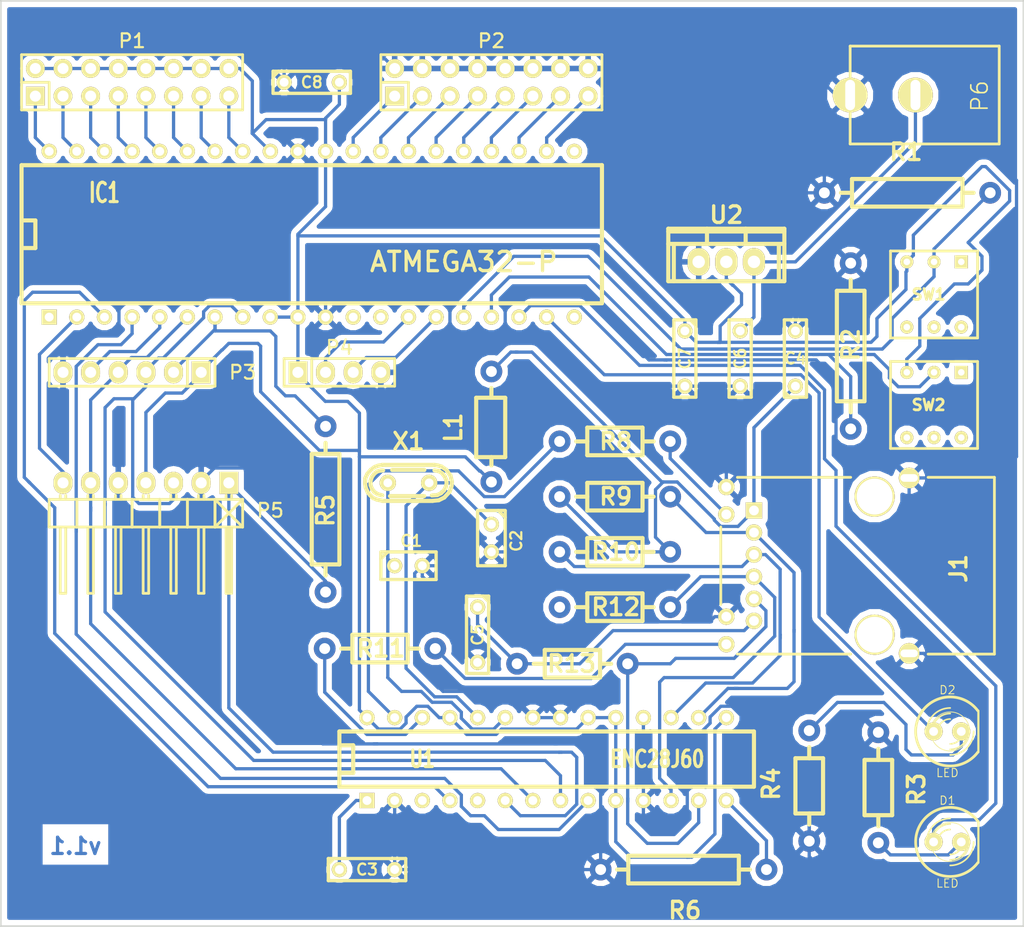
<source format=kicad_pcb>
(kicad_pcb (version 4) (host pcbnew 2015.08.03-2.rev6041.fc22-product)
  (title_block (title Hracka) (date "16 Mar 2015") (rev V1.0) (company "Lubomir Rintel"))
  (layers (0 F.Cu signal) (31 B.Cu signal) (34 B.Paste user) (35 F.Paste user) (36 B.SilkS user) (37 F.SilkS user) (38 B.Mask user) (39 F.Mask user) (44 Edge.Cuts user))
  (net 0 "")
  (net 1 "Net-(C1-Pad1)")
  (net 2 GND)
  (net 3 "Net-(C2-Pad1)")
  (net 4 "Net-(C3-Pad1)")
  (net 5 "Net-(C4-Pad1)")
  (net 6 "Net-(C5-Pad1)")
  (net 7 "Net-(C6-Pad1)")
  (net 8 +3.3V)
  (net 9 "Net-(D1-Pad1)")
  (net 10 "Net-(D1-Pad2)")
  (net 11 "Net-(D2-Pad1)")
  (net 12 "Net-(D2-Pad2)")
  (net 13 "Net-(IC1-Pad2)")
  (net 14 "Net-(IC1-Pad3)")
  (net 15 "Net-(IC1-Pad4)")
  (net 16 "Net-(IC1-Pad5)")
  (net 17 "Net-(IC1-Pad6)")
  (net 18 "Net-(IC1-Pad7)")
  (net 19 "Net-(IC1-Pad8)")
  (net 20 "Net-(IC1-Pad14)")
  (net 21 "Net-(IC1-Pad15)")
  (net 22 "Net-(IC1-Pad16)")
  (net 23 "Net-(IC1-Pad17)")
  (net 24 "Net-(IC1-Pad22)")
  (net 25 "Net-(IC1-Pad23)")
  (net 26 "Net-(IC1-Pad24)")
  (net 27 "Net-(IC1-Pad25)")
  (net 28 "Net-(IC1-Pad26)")
  (net 29 "Net-(IC1-Pad27)")
  (net 30 "Net-(IC1-Pad28)")
  (net 31 "Net-(IC1-Pad29)")
  (net 32 "Net-(IC1-Pad33)")
  (net 33 "Net-(IC1-Pad34)")
  (net 34 "Net-(IC1-Pad35)")
  (net 35 "Net-(IC1-Pad36)")
  (net 36 "Net-(IC1-Pad37)")
  (net 37 "Net-(IC1-Pad38)")
  (net 38 "Net-(IC1-Pad39)")
  (net 39 "Net-(IC1-Pad40)")
  (net 40 "Net-(J1-Pad6)")
  (net 41 "Net-(J1-Pad4)")
  (net 42 "Net-(J1-Pad3)")
  (net 43 "Net-(J1-PadGA)")
  (net 44 "Net-(J1-PadYA)")
  (net 45 "Net-(J1-Pad1)")
  (net 46 "Net-(P5-Pad1)")
  (net 47 "Net-(R6-Pad1)")
  (net 48 "Net-(R8-Pad2)")
  (net 49 "Net-(R11-Pad2)")
  (module Discret:C1 (layer F.Cu) (at 86.995 98.933)
    (fp_text reference C1 (at 0.254 -2.286) (layer F.SilkS) (effects (font (size 1.016 1.016) (thickness 0.2032))))
    (fp_text value 10pF hide)
    (pad 1 thru_hole circle (at -1.27 0) (size 1.397 1.397) (drill 0.8128) (layers *.Cu *.Mask F.SilkS) (net 1 "Net-(C1-Pad1)"))
    (pad 2 thru_hole circle (at 1.27 0) (size 1.397 1.397) (drill 0.8128) (layers *.Cu *.Mask F.SilkS) (net 2 GND))
  )
  (module Discret:C1 (layer F.Cu) (at 94.615 96.393 270)
    (fp_text reference C2 (at 0.254 -2.286 270) (layer F.SilkS) (effects (font (size 1.016 1.016) (thickness 0.2032))))
    (fp_text value 10pF hide)
    (pad 1 thru_hole circle (at -1.27 0 270) (size 1.397 1.397) (drill 0.8128) (layers *.Cu *.Mask F.SilkS) (net 3 "Net-(C2-Pad1)"))
    (pad 2 thru_hole circle (at 1.27 0 270) (size 1.397 1.397) (drill 0.8128) (layers *.Cu *.Mask F.SilkS) (net 2 GND))
  )
  (module Sockets_DIP:DIP-40__600 (layer F.Cu) (at 78.105 68.453)
    (fp_text reference IC1 (at -19.05 -3.81) (layer F.SilkS) (effects (font (size 1.778 1.143) (thickness 0.3048))))
    (fp_text value ATMEGA32-P (at 13.97 2.54) (layer F.SilkS) (effects (font (size 1.778 1.778) (thickness 0.3048))))
    (pad 1 thru_hole rect (at -24.13 7.62) (size 1.397 1.397) (drill 0.8128) (layers *.Cu *.Mask F.SilkS))
    (pad 2 thru_hole circle (at -21.59 7.62) (size 1.397 1.397) (drill 0.8128) (layers *.Cu *.Mask F.SilkS) (net 13 "Net-(IC1-Pad2)"))
    (pad 3 thru_hole circle (at -19.05 7.62) (size 1.397 1.397) (drill 0.8128) (layers *.Cu *.Mask F.SilkS) (net 14 "Net-(IC1-Pad3)"))
    (pad 4 thru_hole circle (at -16.51 7.62) (size 1.397 1.397) (drill 0.8128) (layers *.Cu *.Mask F.SilkS) (net 15 "Net-(IC1-Pad4)"))
    (pad 5 thru_hole circle (at -13.97 7.62) (size 1.397 1.397) (drill 0.8128) (layers *.Cu *.Mask F.SilkS) (net 16 "Net-(IC1-Pad5)"))
    (pad 6 thru_hole circle (at -11.43 7.62) (size 1.397 1.397) (drill 0.8128) (layers *.Cu *.Mask F.SilkS) (net 17 "Net-(IC1-Pad6)"))
    (pad 7 thru_hole circle (at -8.89 7.62) (size 1.397 1.397) (drill 0.8128) (layers *.Cu *.Mask F.SilkS) (net 18 "Net-(IC1-Pad7)"))
    (pad 8 thru_hole circle (at -6.35 7.62) (size 1.397 1.397) (drill 0.8128) (layers *.Cu *.Mask F.SilkS) (net 19 "Net-(IC1-Pad8)"))
    (pad 9 thru_hole circle (at -3.81 7.62) (size 1.397 1.397) (drill 0.8128) (layers *.Cu *.Mask F.SilkS) (net 8 +3.3V))
    (pad 10 thru_hole circle (at -1.27 7.62) (size 1.397 1.397) (drill 0.8128) (layers *.Cu *.Mask F.SilkS) (net 8 +3.3V))
    (pad 11 thru_hole circle (at 1.27 7.62) (size 1.397 1.397) (drill 0.8128) (layers *.Cu *.Mask F.SilkS) (net 2 GND))
    (pad 12 thru_hole circle (at 3.81 7.62) (size 1.397 1.397) (drill 0.8128) (layers *.Cu *.Mask F.SilkS))
    (pad 13 thru_hole circle (at 6.35 7.62) (size 1.397 1.397) (drill 0.8128) (layers *.Cu *.Mask F.SilkS))
    (pad 14 thru_hole circle (at 8.89 7.62) (size 1.397 1.397) (drill 0.8128) (layers *.Cu *.Mask F.SilkS) (net 20 "Net-(IC1-Pad14)"))
    (pad 15 thru_hole circle (at 11.43 7.62) (size 1.397 1.397) (drill 0.8128) (layers *.Cu *.Mask F.SilkS) (net 21 "Net-(IC1-Pad15)"))
    (pad 16 thru_hole circle (at 13.97 7.62) (size 1.397 1.397) (drill 0.8128) (layers *.Cu *.Mask F.SilkS) (net 22 "Net-(IC1-Pad16)"))
    (pad 17 thru_hole circle (at 16.51 7.62) (size 1.397 1.397) (drill 0.8128) (layers *.Cu *.Mask F.SilkS) (net 23 "Net-(IC1-Pad17)"))
    (pad 18 thru_hole circle (at 19.05 7.62) (size 1.397 1.397) (drill 0.8128) (layers *.Cu *.Mask F.SilkS) (net 9 "Net-(D1-Pad1)"))
    (pad 19 thru_hole circle (at 21.59 7.62) (size 1.397 1.397) (drill 0.8128) (layers *.Cu *.Mask F.SilkS) (net 11 "Net-(D2-Pad1)"))
    (pad 20 thru_hole circle (at 24.13 7.62) (size 1.397 1.397) (drill 0.8128) (layers *.Cu *.Mask F.SilkS))
    (pad 21 thru_hole circle (at 24.13 -7.62) (size 1.397 1.397) (drill 0.8128) (layers *.Cu *.Mask F.SilkS))
    (pad 22 thru_hole circle (at 21.59 -7.62) (size 1.397 1.397) (drill 0.8128) (layers *.Cu *.Mask F.SilkS) (net 24 "Net-(IC1-Pad22)"))
    (pad 23 thru_hole circle (at 19.05 -7.62) (size 1.397 1.397) (drill 0.8128) (layers *.Cu *.Mask F.SilkS) (net 25 "Net-(IC1-Pad23)"))
    (pad 24 thru_hole circle (at 16.51 -7.62) (size 1.397 1.397) (drill 0.8128) (layers *.Cu *.Mask F.SilkS) (net 26 "Net-(IC1-Pad24)"))
    (pad 25 thru_hole circle (at 13.97 -7.62) (size 1.397 1.397) (drill 0.8128) (layers *.Cu *.Mask F.SilkS) (net 27 "Net-(IC1-Pad25)"))
    (pad 26 thru_hole circle (at 11.43 -7.62) (size 1.397 1.397) (drill 0.8128) (layers *.Cu *.Mask F.SilkS) (net 28 "Net-(IC1-Pad26)"))
    (pad 27 thru_hole circle (at 8.89 -7.62) (size 1.397 1.397) (drill 0.8128) (layers *.Cu *.Mask F.SilkS) (net 29 "Net-(IC1-Pad27)"))
    (pad 28 thru_hole circle (at 6.35 -7.62) (size 1.397 1.397) (drill 0.8128) (layers *.Cu *.Mask F.SilkS) (net 30 "Net-(IC1-Pad28)"))
    (pad 29 thru_hole circle (at 3.81 -7.62) (size 1.397 1.397) (drill 0.8128) (layers *.Cu *.Mask F.SilkS) (net 31 "Net-(IC1-Pad29)"))
    (pad 30 thru_hole circle (at 1.27 -7.62) (size 1.397 1.397) (drill 0.8128) (layers *.Cu *.Mask F.SilkS) (net 8 +3.3V))
    (pad 31 thru_hole circle (at -1.27 -7.62) (size 1.397 1.397) (drill 0.8128) (layers *.Cu *.Mask F.SilkS) (net 2 GND))
    (pad 32 thru_hole circle (at -3.81 -7.62) (size 1.397 1.397) (drill 0.8128) (layers *.Cu *.Mask F.SilkS) (net 8 +3.3V))
    (pad 33 thru_hole circle (at -6.35 -7.62) (size 1.397 1.397) (drill 0.8128) (layers *.Cu *.Mask F.SilkS) (net 32 "Net-(IC1-Pad33)"))
    (pad 34 thru_hole circle (at -8.89 -7.62) (size 1.397 1.397) (drill 0.8128) (layers *.Cu *.Mask F.SilkS) (net 33 "Net-(IC1-Pad34)"))
    (pad 35 thru_hole circle (at -11.43 -7.62) (size 1.397 1.397) (drill 0.8128) (layers *.Cu *.Mask F.SilkS) (net 34 "Net-(IC1-Pad35)"))
    (pad 36 thru_hole circle (at -13.97 -7.62) (size 1.397 1.397) (drill 0.8128) (layers *.Cu *.Mask F.SilkS) (net 35 "Net-(IC1-Pad36)"))
    (pad 37 thru_hole circle (at -16.51 -7.62) (size 1.397 1.397) (drill 0.8128) (layers *.Cu *.Mask F.SilkS) (net 36 "Net-(IC1-Pad37)"))
    (pad 38 thru_hole circle (at -19.05 -7.62) (size 1.397 1.397) (drill 0.8128) (layers *.Cu *.Mask F.SilkS) (net 37 "Net-(IC1-Pad38)"))
    (pad 39 thru_hole circle (at -21.59 -7.62) (size 1.397 1.397) (drill 0.8128) (layers *.Cu *.Mask F.SilkS) (net 38 "Net-(IC1-Pad39)"))
    (pad 40 thru_hole circle (at -24.13 -7.62) (size 1.397 1.397) (drill 0.8128) (layers *.Cu *.Mask F.SilkS) (net 39 "Net-(IC1-Pad40)"))
  )
  (module Pin_Headers:Pin_Header_Straight_2x08 (layer F.Cu) (at 61.595 54.483)
    (fp_text reference P1 (at 0 -3.81) (layer F.SilkS) (effects (font (size 1.27 1.27) (thickness 0.2032))))
    (fp_text value GPIO1 hide)
    (pad 1 thru_hole rect (at -8.89 1.27) (size 1.7272 1.7272) (drill 1.016) (layers *.Cu *.Mask F.SilkS) (net 39 "Net-(IC1-Pad40)"))
    (pad 2 thru_hole oval (at -6.35 1.27) (size 1.7272 1.7272) (drill 1.016) (layers *.Cu *.Mask F.SilkS) (net 38 "Net-(IC1-Pad39)"))
    (pad 3 thru_hole oval (at -3.81 1.27) (size 1.7272 1.7272) (drill 1.016) (layers *.Cu *.Mask F.SilkS) (net 37 "Net-(IC1-Pad38)"))
    (pad 4 thru_hole oval (at -1.27 1.27) (size 1.7272 1.7272) (drill 1.016) (layers *.Cu *.Mask F.SilkS) (net 36 "Net-(IC1-Pad37)"))
    (pad 5 thru_hole oval (at 1.27 1.27) (size 1.7272 1.7272) (drill 1.016) (layers *.Cu *.Mask F.SilkS) (net 35 "Net-(IC1-Pad36)"))
    (pad 6 thru_hole oval (at 3.81 1.27) (size 1.7272 1.7272) (drill 1.016) (layers *.Cu *.Mask F.SilkS) (net 34 "Net-(IC1-Pad35)"))
    (pad 7 thru_hole oval (at 6.35 1.27) (size 1.7272 1.7272) (drill 1.016) (layers *.Cu *.Mask F.SilkS) (net 33 "Net-(IC1-Pad34)"))
    (pad 8 thru_hole oval (at 8.89 1.27) (size 1.7272 1.7272) (drill 1.016) (layers *.Cu *.Mask F.SilkS) (net 32 "Net-(IC1-Pad33)"))
    (pad 9 thru_hole oval (at 8.89 -1.27) (size 1.7272 1.7272) (drill 1.016) (layers *.Cu *.Mask F.SilkS) (net 8 +3.3V))
    (pad 10 thru_hole oval (at 6.35 -1.27) (size 1.7272 1.7272) (drill 1.016) (layers *.Cu *.Mask F.SilkS) (net 8 +3.3V))
    (pad 11 thru_hole oval (at 3.81 -1.27) (size 1.7272 1.7272) (drill 1.016) (layers *.Cu *.Mask F.SilkS) (net 8 +3.3V))
    (pad 12 thru_hole oval (at 1.27 -1.27) (size 1.7272 1.7272) (drill 1.016) (layers *.Cu *.Mask F.SilkS) (net 8 +3.3V))
    (pad 13 thru_hole oval (at -1.27 -1.27) (size 1.7272 1.7272) (drill 1.016) (layers *.Cu *.Mask F.SilkS) (net 8 +3.3V))
    (pad 14 thru_hole oval (at -3.81 -1.27) (size 1.7272 1.7272) (drill 1.016) (layers *.Cu *.Mask F.SilkS) (net 8 +3.3V))
    (pad 15 thru_hole oval (at -6.35 -1.27) (size 1.7272 1.7272) (drill 1.016) (layers *.Cu *.Mask F.SilkS) (net 8 +3.3V))
    (pad 16 thru_hole oval (at -8.89 -1.27) (size 1.7272 1.7272) (drill 1.016) (layers *.Cu *.Mask F.SilkS) (net 8 +3.3V))
  )
  (module Pin_Headers:Pin_Header_Straight_2x08 (layer F.Cu) (at 94.615 54.483)
    (fp_text reference P2 (at 0 -3.81) (layer F.SilkS) (effects (font (size 1.27 1.27) (thickness 0.2032))))
    (fp_text value GPIO2 hide)
    (pad 1 thru_hole rect (at -8.89 1.27) (size 1.7272 1.7272) (drill 1.016) (layers *.Cu *.Mask F.SilkS) (net 31 "Net-(IC1-Pad29)"))
    (pad 2 thru_hole oval (at -6.35 1.27) (size 1.7272 1.7272) (drill 1.016) (layers *.Cu *.Mask F.SilkS) (net 30 "Net-(IC1-Pad28)"))
    (pad 3 thru_hole oval (at -3.81 1.27) (size 1.7272 1.7272) (drill 1.016) (layers *.Cu *.Mask F.SilkS) (net 29 "Net-(IC1-Pad27)"))
    (pad 4 thru_hole oval (at -1.27 1.27) (size 1.7272 1.7272) (drill 1.016) (layers *.Cu *.Mask F.SilkS) (net 28 "Net-(IC1-Pad26)"))
    (pad 5 thru_hole oval (at 1.27 1.27) (size 1.7272 1.7272) (drill 1.016) (layers *.Cu *.Mask F.SilkS) (net 27 "Net-(IC1-Pad25)"))
    (pad 6 thru_hole oval (at 3.81 1.27) (size 1.7272 1.7272) (drill 1.016) (layers *.Cu *.Mask F.SilkS) (net 26 "Net-(IC1-Pad24)"))
    (pad 7 thru_hole oval (at 6.35 1.27) (size 1.7272 1.7272) (drill 1.016) (layers *.Cu *.Mask F.SilkS) (net 25 "Net-(IC1-Pad23)"))
    (pad 8 thru_hole oval (at 8.89 1.27) (size 1.7272 1.7272) (drill 1.016) (layers *.Cu *.Mask F.SilkS) (net 24 "Net-(IC1-Pad22)"))
    (pad 9 thru_hole oval (at 8.89 -1.27) (size 1.7272 1.7272) (drill 1.016) (layers *.Cu *.Mask F.SilkS) (net 2 GND))
    (pad 10 thru_hole oval (at 6.35 -1.27) (size 1.7272 1.7272) (drill 1.016) (layers *.Cu *.Mask F.SilkS) (net 2 GND))
    (pad 11 thru_hole oval (at 3.81 -1.27) (size 1.7272 1.7272) (drill 1.016) (layers *.Cu *.Mask F.SilkS) (net 2 GND))
    (pad 12 thru_hole oval (at 1.27 -1.27) (size 1.7272 1.7272) (drill 1.016) (layers *.Cu *.Mask F.SilkS) (net 2 GND))
    (pad 13 thru_hole oval (at -1.27 -1.27) (size 1.7272 1.7272) (drill 1.016) (layers *.Cu *.Mask F.SilkS) (net 2 GND))
    (pad 14 thru_hole oval (at -3.81 -1.27) (size 1.7272 1.7272) (drill 1.016) (layers *.Cu *.Mask F.SilkS) (net 2 GND))
    (pad 15 thru_hole oval (at -6.35 -1.27) (size 1.7272 1.7272) (drill 1.016) (layers *.Cu *.Mask F.SilkS) (net 2 GND))
    (pad 16 thru_hole oval (at -8.89 -1.27) (size 1.7272 1.7272) (drill 1.016) (layers *.Cu *.Mask F.SilkS) (net 2 GND))
  )
  (module Pin_Headers:Pin_Header_Straight_1x06 (layer F.Cu) (at 61.595 81.153 180)
    (fp_text reference P3 (at -10.16 0 180) (layer F.SilkS) (effects (font (size 1.27 1.27) (thickness 0.2032))))
    (fp_text value ISP hide)
    (pad 1 thru_hole rect (at -6.35 0 180) (size 1.7272 2.032) (drill 1.016) (layers *.Cu *.Mask F.SilkS) (net 8 +3.3V))
    (pad 2 thru_hole oval (at -3.81 0 180) (size 1.7272 2.032) (drill 1.016) (layers *.Cu *.Mask F.SilkS) (net 18 "Net-(IC1-Pad7)"))
    (pad 3 thru_hole oval (at -1.27 0 180) (size 1.7272 2.032) (drill 1.016) (layers *.Cu *.Mask F.SilkS) (net 19 "Net-(IC1-Pad8)"))
    (pad 4 thru_hole oval (at 1.27 0 180) (size 1.7272 2.032) (drill 1.016) (layers *.Cu *.Mask F.SilkS) (net 17 "Net-(IC1-Pad6)"))
    (pad 5 thru_hole oval (at 3.81 0 180) (size 1.7272 2.032) (drill 1.016) (layers *.Cu *.Mask F.SilkS) (net 16 "Net-(IC1-Pad5)"))
    (pad 6 thru_hole oval (at 6.35 0 180) (size 1.7272 2.032) (drill 1.016) (layers *.Cu *.Mask F.SilkS) (net 2 GND))
  )
  (module Pin_Headers:Pin_Header_Straight_1x04 (layer F.Cu) (at 80.645 81.153)
    (fp_text reference P4 (at 0 -2.286) (layer F.SilkS) (effects (font (size 1.27 1.27) (thickness 0.2032))))
    (fp_text value UART hide)
    (pad 1 thru_hole rect (at -3.81 0) (size 1.7272 2.032) (drill 1.016) (layers *.Cu *.Mask F.SilkS) (net 8 +3.3V))
    (pad 2 thru_hole oval (at -1.27 0) (size 1.7272 2.032) (drill 1.016) (layers *.Cu *.Mask F.SilkS) (net 20 "Net-(IC1-Pad14)"))
    (pad 3 thru_hole oval (at 1.27 0) (size 1.7272 2.032) (drill 1.016) (layers *.Cu *.Mask F.SilkS) (net 21 "Net-(IC1-Pad15)"))
    (pad 4 thru_hole oval (at 3.81 0) (size 1.7272 2.032) (drill 1.016) (layers *.Cu *.Mask F.SilkS) (net 2 GND))
  )
  (module Pin_Headers:Pin_Header_Angled_1x07 (layer F.Cu) (at 62.865 91.313 180)
    (fp_text reference P5 (at -11.43 -2.54 180) (layer F.SilkS) (effects (font (size 1.27 1.27) (thickness 0.2032))))
    (fp_text value "SD CARD" hide)
    (pad 1 thru_hole rect (at -7.62 0 180) (size 1.7272 2.032) (drill 1.016) (layers *.Cu *.Mask F.SilkS) (net 46 "Net-(P5-Pad1)"))
    (pad 2 thru_hole oval (at -5.08 0 180) (size 1.7272 2.032) (drill 1.016) (layers *.Cu *.Mask F.SilkS) (net 2 GND))
    (pad 3 thru_hole oval (at -2.54 0 180) (size 1.7272 2.032) (drill 1.016) (layers *.Cu *.Mask F.SilkS) (net 19 "Net-(IC1-Pad8)"))
    (pad 4 thru_hole oval (at 0 0 180) (size 1.7272 2.032) (drill 1.016) (layers *.Cu *.Mask F.SilkS) (net 8 +3.3V))
    (pad 5 thru_hole oval (at 2.54 0 180) (size 1.7272 2.032) (drill 1.016) (layers *.Cu *.Mask F.SilkS) (net 2 GND))
    (pad 6 thru_hole oval (at 5.08 0 180) (size 1.7272 2.032) (drill 1.016) (layers *.Cu *.Mask F.SilkS) (net 17 "Net-(IC1-Pad6)"))
    (pad 7 thru_hole oval (at 7.62 0 180) (size 1.7272 2.032) (drill 1.016) (layers *.Cu *.Mask F.SilkS) (net 13 "Net-(IC1-Pad2)"))
  )
  (module Sockets_DIP:DIP-28__300 (layer F.Cu) (at 99.695 116.713)
    (fp_text reference U1 (at -11.43 0) (layer F.SilkS) (effects (font (size 1.524 1.143) (thickness 0.3048))))
    (fp_text value ENC28J60 (at 10.16 0) (layer F.SilkS) (effects (font (size 1.524 1.143) (thickness 0.3048))))
    (pad 2 thru_hole circle (at -13.97 3.81) (size 1.397 1.397) (drill 0.8128) (layers *.Cu *.Mask F.SilkS) (net 2 GND))
    (pad 3 thru_hole circle (at -11.43 3.81) (size 1.397 1.397) (drill 0.8128) (layers *.Cu *.Mask F.SilkS))
    (pad 4 thru_hole circle (at -8.89 3.81) (size 1.397 1.397) (drill 0.8128) (layers *.Cu *.Mask F.SilkS) (net 14 "Net-(IC1-Pad3)"))
    (pad 5 thru_hole circle (at -6.35 3.81) (size 1.397 1.397) (drill 0.8128) (layers *.Cu *.Mask F.SilkS))
    (pad 6 thru_hole circle (at -3.81 3.81) (size 1.397 1.397) (drill 0.8128) (layers *.Cu *.Mask F.SilkS) (net 46 "Net-(P5-Pad1)"))
    (pad 7 thru_hole circle (at -1.27 3.81) (size 1.397 1.397) (drill 0.8128) (layers *.Cu *.Mask F.SilkS) (net 17 "Net-(IC1-Pad6)"))
    (pad 8 thru_hole circle (at 1.27 3.81) (size 1.397 1.397) (drill 0.8128) (layers *.Cu *.Mask F.SilkS) (net 19 "Net-(IC1-Pad8)"))
    (pad 9 thru_hole circle (at 3.81 3.81) (size 1.397 1.397) (drill 0.8128) (layers *.Cu *.Mask F.SilkS) (net 15 "Net-(IC1-Pad4)"))
    (pad 10 thru_hole circle (at 6.35 3.81) (size 1.397 1.397) (drill 0.8128) (layers *.Cu *.Mask F.SilkS) (net 8 +3.3V))
    (pad 11 thru_hole circle (at 8.89 3.81) (size 1.397 1.397) (drill 0.8128) (layers *.Cu *.Mask F.SilkS) (net 2 GND))
    (pad 12 thru_hole circle (at 11.43 3.81) (size 1.397 1.397) (drill 0.8128) (layers *.Cu *.Mask F.SilkS) (net 41 "Net-(J1-Pad4)"))
    (pad 13 thru_hole circle (at 13.97 3.81) (size 1.397 1.397) (drill 0.8128) (layers *.Cu *.Mask F.SilkS) (net 40 "Net-(J1-Pad6)"))
    (pad 14 thru_hole circle (at 16.51 3.81) (size 1.397 1.397) (drill 0.8128) (layers *.Cu *.Mask F.SilkS) (net 47 "Net-(R6-Pad1)"))
    (pad 1 thru_hole rect (at -16.51 3.81) (size 1.397 1.397) (drill 0.8128) (layers *.Cu *.Mask F.SilkS) (net 4 "Net-(C3-Pad1)"))
    (pad 15 thru_hole circle (at 16.51 -3.81) (size 1.397 1.397) (drill 0.8128) (layers *.Cu *.Mask F.SilkS) (net 8 +3.3V))
    (pad 16 thru_hole circle (at 13.97 -3.81) (size 1.397 1.397) (drill 0.8128) (layers *.Cu *.Mask F.SilkS) (net 45 "Net-(J1-Pad1)"))
    (pad 17 thru_hole circle (at 11.43 -3.81) (size 1.397 1.397) (drill 0.8128) (layers *.Cu *.Mask F.SilkS) (net 42 "Net-(J1-Pad3)"))
    (pad 18 thru_hole circle (at 8.89 -3.81) (size 1.397 1.397) (drill 0.8128) (layers *.Cu *.Mask F.SilkS) (net 2 GND))
    (pad 19 thru_hole circle (at 6.35 -3.81) (size 1.397 1.397) (drill 0.8128) (layers *.Cu *.Mask F.SilkS) (net 8 +3.3V))
    (pad 20 thru_hole circle (at 3.81 -3.81) (size 1.397 1.397) (drill 0.8128) (layers *.Cu *.Mask F.SilkS) (net 8 +3.3V))
    (pad 21 thru_hole circle (at 1.27 -3.81) (size 1.397 1.397) (drill 0.8128) (layers *.Cu *.Mask F.SilkS) (net 2 GND))
    (pad 22 thru_hole circle (at -1.27 -3.81) (size 1.397 1.397) (drill 0.8128) (layers *.Cu *.Mask F.SilkS) (net 2 GND))
    (pad 23 thru_hole circle (at -3.81 -3.81) (size 1.397 1.397) (drill 0.8128) (layers *.Cu *.Mask F.SilkS) (net 1 "Net-(C1-Pad1)"))
    (pad 24 thru_hole circle (at -6.35 -3.81) (size 1.397 1.397) (drill 0.8128) (layers *.Cu *.Mask F.SilkS) (net 3 "Net-(C2-Pad1)"))
    (pad 25 thru_hole circle (at -8.89 -3.81) (size 1.397 1.397) (drill 0.8128) (layers *.Cu *.Mask F.SilkS) (net 8 +3.3V))
    (pad 26 thru_hole circle (at -11.43 -3.81) (size 1.397 1.397) (drill 0.8128) (layers *.Cu *.Mask F.SilkS) (net 49 "Net-(R11-Pad2)"))
    (pad 27 thru_hole circle (at -13.97 -3.81) (size 1.397 1.397) (drill 0.8128) (layers *.Cu *.Mask F.SilkS) (net 48 "Net-(R8-Pad2)"))
    (pad 28 thru_hole circle (at -16.51 -3.81) (size 1.397 1.397) (drill 0.8128) (layers *.Cu *.Mask F.SilkS) (net 8 +3.3V))
  )
  (module Discret:C2 (layer F.Cu) (at 83.185 126.873)
    (fp_text reference C3 (at 0 0) (layer F.SilkS) (effects (font (size 1.016 1.016) (thickness 0.2032))))
    (fp_text value 10uF hide)
    (pad 1 thru_hole circle (at -2.54 0) (size 1.397 1.397) (drill 0.8128) (layers *.Cu *.Mask F.SilkS) (net 4 "Net-(C3-Pad1)"))
    (pad 2 thru_hole circle (at 2.54 0) (size 1.397 1.397) (drill 0.8128) (layers *.Cu *.Mask F.SilkS) (net 2 GND))
  )
  (module Discret:C2 (layer F.Cu) (at 122.555 79.883 90)
    (fp_text reference C4 (at 0 0 180) (layer F.SilkS) (effects (font (size 1.016 1.016) (thickness 0.2032))))
    (fp_text value 0.1uF hide)
    (pad 1 thru_hole circle (at -2.54 0 90) (size 1.397 1.397) (drill 0.8128) (layers *.Cu *.Mask F.SilkS) (net 5 "Net-(C4-Pad1)"))
    (pad 2 thru_hole circle (at 2.54 0 90) (size 1.397 1.397) (drill 0.8128) (layers *.Cu *.Mask F.SilkS) (net 2 GND))
  )
  (module Discret:C2 (layer F.Cu) (at 93.345 105.283 270)
    (fp_text reference C5 (at 0 0 270) (layer F.SilkS) (effects (font (size 1.016 1.016) (thickness 0.2032))))
    (fp_text value 0.1uF hide)
    (pad 1 thru_hole circle (at -2.54 0 270) (size 1.397 1.397) (drill 0.8128) (layers *.Cu *.Mask F.SilkS) (net 6 "Net-(C5-Pad1)"))
    (pad 2 thru_hole circle (at 2.54 0 270) (size 1.397 1.397) (drill 0.8128) (layers *.Cu *.Mask F.SilkS) (net 2 GND))
  )
  (module Discret:C2 (layer F.Cu) (at 117.475 79.883 270)
    (fp_text reference C6 (at 0 0 270) (layer F.SilkS) (effects (font (size 1.016 1.016) (thickness 0.2032))))
    (fp_text value 10uF hide)
    (pad 1 thru_hole circle (at -2.54 0 270) (size 1.397 1.397) (drill 0.8128) (layers *.Cu *.Mask F.SilkS) (net 7 "Net-(C6-Pad1)"))
    (pad 2 thru_hole circle (at 2.54 0 270) (size 1.397 1.397) (drill 0.8128) (layers *.Cu *.Mask F.SilkS) (net 2 GND))
  )
  (module Discret:C2 (layer F.Cu) (at 112.395 79.883 270)
    (fp_text reference C7 (at 0 0 270) (layer F.SilkS) (effects (font (size 1.016 1.016) (thickness 0.2032))))
    (fp_text value 10uF hide)
    (pad 1 thru_hole circle (at -2.54 0 270) (size 1.397 1.397) (drill 0.8128) (layers *.Cu *.Mask F.SilkS) (net 8 +3.3V))
    (pad 2 thru_hole circle (at 2.54 0 270) (size 1.397 1.397) (drill 0.8128) (layers *.Cu *.Mask F.SilkS) (net 2 GND))
  )
  (module Discret:C2 (layer F.Cu) (at 78.105 54.483)
    (fp_text reference C8 (at 0 0) (layer F.SilkS) (effects (font (size 1.016 1.016) (thickness 0.2032))))
    (fp_text value 0.1uF hide)
    (pad 1 thru_hole circle (at -2.54 0) (size 1.397 1.397) (drill 0.8128) (layers *.Cu *.Mask F.SilkS) (net 2 GND))
    (pad 2 thru_hole circle (at 2.54 0) (size 1.397 1.397) (drill 0.8128) (layers *.Cu *.Mask F.SilkS) (net 8 +3.3V))
  )
  (module LEDs:LED-5MM (layer F.Cu) (at 136.525 124.333)
    (fp_text reference D1 (at 0 -3.81) (layer F.SilkS) (effects (font (size 0.762 0.762) (thickness 0.0889))))
    (fp_text value LED (at 0 3.81) (layer F.SilkS) (effects (font (size 0.762 0.762) (thickness 0.0889))))
    (pad 1 thru_hole circle (at -1.27 0) (size 1.6764 1.6764) (drill 0.8128) (layers *.Cu *.Mask F.SilkS) (net 9 "Net-(D1-Pad1)"))
    (pad 2 thru_hole circle (at 1.27 0) (size 1.6764 1.6764) (drill 0.8128) (layers *.Cu *.Mask F.SilkS) (net 10 "Net-(D1-Pad2)"))
  )
  (module LEDs:LED-5MM (layer F.Cu) (at 136.525 114.173)
    (fp_text reference D2 (at 0 -3.81) (layer F.SilkS) (effects (font (size 0.762 0.762) (thickness 0.0889))))
    (fp_text value LED (at 0 3.81) (layer F.SilkS) (effects (font (size 0.762 0.762) (thickness 0.0889))))
    (pad 1 thru_hole circle (at -1.27 0) (size 1.6764 1.6764) (drill 0.8128) (layers *.Cu *.Mask F.SilkS) (net 11 "Net-(D2-Pad1)"))
    (pad 2 thru_hole circle (at 1.27 0) (size 1.6764 1.6764) (drill 0.8128) (layers *.Cu *.Mask F.SilkS) (net 12 "Net-(D2-Pad2)"))
  )
  (module Choke_Axial_ThroughHole:Choke_Horizontal_RM10mm (layer F.Cu) (at 94.615 86.233 90)
    (fp_text reference L1 (at 0 -3.50012 90) (layer F.SilkS) (effects (font (thickness 0.3048))))
    (fp_text value "FERRITE BEAD" hide)
    (pad 1 thru_hole circle (at -5.00126 0 90) (size 1.99898 1.99898) (drill 1.00076) (layers *.Cu) (net 8 +3.3V))
    (pad 2 thru_hole circle (at 5.15874 0 90) (size 1.99898 1.99898) (drill 1.00076) (layers *.Cu) (net 5 "Net-(C4-Pad1)"))
  )
  (module Crystals:Crystal_HC52-U_Vertical (layer F.Cu) (at 86.995 91.313)
    (fp_text reference X1 (at 0 -3.81) (layer F.SilkS) (effects (font (thickness 0.3048))))
    (fp_text value 25MHz hide)
    (pad 1 thru_hole circle (at -1.89992 0) (size 1.50114 1.50114) (drill 0.8001) (layers *.Cu *.Mask F.SilkS) (net 1 "Net-(C1-Pad1)"))
    (pad 2 thru_hole circle (at 1.89992 0) (size 1.50114 1.50114) (drill 0.8001) (layers *.Cu *.Mask F.SilkS) (net 3 "Net-(C2-Pad1)"))
  )
  (module meth:RJ45_TRANSFO2 (layer F.Cu) (at 118.745 93.853 90)
    (fp_text reference J1 (at -5.334 18.796 90) (layer F.SilkS) (effects (font (size 1.5 1.5) (thickness 0.3048))))
    (fp_text value ETHERNET hide)
    (pad YA thru_hole circle (at -12.305 -2.54 90) (size 1.5 1.5) (drill 0.9) (layers *.Cu *.Mask F.SilkS) (net 44 "Net-(J1-PadYA)"))
    (pad YK thru_hole circle (at -9.765 -2.54 90) (size 1.5 1.5) (drill 0.9) (layers *.Cu *.Mask F.SilkS) (net 2 GND))
    (pad GA thru_hole circle (at -0.365 -2.54 90) (size 1.5 1.5) (drill 0.9) (layers *.Cu *.Mask F.SilkS) (net 43 "Net-(J1-PadGA)"))
    (pad GK thru_hole circle (at 2.155 -2.54 90) (size 1.5 1.5) (drill 0.9) (layers *.Cu *.Mask F.SilkS) (net 2 GND))
    (pad 5 thru_hole circle (at -10.15 0 90) (size 1.5 1.5) (drill 0.9) (layers *.Cu *.Mask F.SilkS) (net 6 "Net-(C5-Pad1)"))
    (pad 6 thru_hole circle (at -8.12 0 90) (size 1.5 1.5) (drill 0.9) (layers *.Cu *.Mask F.SilkS) (net 40 "Net-(J1-Pad6)"))
    (pad 4 thru_hole circle (at -6.09 0 90) (size 1.5 1.5) (drill 0.9) (layers *.Cu *.Mask F.SilkS) (net 41 "Net-(J1-Pad4)"))
    (pad 3 thru_hole circle (at -4.06 0 90) (size 1.5 1.5) (drill 0.9) (layers *.Cu *.Mask F.SilkS) (net 42 "Net-(J1-Pad3)"))
    (pad 1 thru_hole circle (at -2.03 0 90) (size 1.5 1.5) (drill 0.9) (layers *.Cu *.Mask F.SilkS) (net 45 "Net-(J1-Pad1)"))
    (pad 2 thru_hole rect (at 0 0 90) (size 1.5 1.5) (drill 0.9) (layers *.Cu *.Mask F.SilkS) (net 5 "Net-(C4-Pad1)"))
    (pad HOLE thru_hole circle (at -11.425 11.09 90) (size 3.7 3.7) (drill 3.3) (layers *.Cu *.Mask F.SilkS))
    (pad HOLE thru_hole circle (at 1.275 11.09 90) (size 3.7 3.7) (drill 3.3) (layers *.Cu *.Mask F.SilkS))
    (pad 8 thru_hole circle (at -13.14 14.26 90) (size 1.9 1.9) (drill oval 0.7 1.6) (layers *.Cu *.Mask F.SilkS) (net 2 GND))
    (pad 13 thru_hole circle (at 2.99 14.26 90) (size 1.9 1.9) (drill oval 0.7 1.6) (layers *.Cu *.Mask F.SilkS) (net 2 GND))
  )
  (module meth:DS214B (layer F.Cu) (at 133.985 55.753)
    (fp_text reference P6 (at 5.5 0 90) (layer F.SilkS) (effects (font (size 1.5 1.5))))
    (fp_text value POWER hide)
    (pad 1 thru_hole circle (at -6.4 -0.1) (size 3.2 3.2) (drill oval 0.9 2.8) (layers *.Cu *.Mask F.SilkS) (net 2 GND))
    (pad 2 thru_hole circle (at -0.4 -0.1) (size 3.2 3.2) (drill oval 0.9 2.8) (layers *.Cu *.Mask F.SilkS) (net 7 "Net-(C6-Pad1)"))
  )
  (module Resistors_ThroughHole:Resistor_Horizontal_RM15mm (layer F.Cu) (at 132.715 64.643)
    (fp_text reference R1 (at 0 -3.74904) (layer F.SilkS) (effects (font (thickness 0.3048))))
    (fp_text value 10k hide)
    (pad 1 thru_hole circle (at -7.50062 0) (size 1.99898 1.99898) (drill 1.00076) (layers *.Cu) (net 2 GND))
    (pad 2 thru_hole circle (at 7.73938 0) (size 1.99898 1.99898) (drill 1.00076) (layers *.Cu) (net 22 "Net-(IC1-Pad16)"))
  )
  (module Resistors_ThroughHole:Resistor_Horizontal_RM15mm (layer F.Cu) (at 127.635 78.613 270)
    (fp_text reference R2 (at 0 0 270) (layer F.SilkS) (effects (font (thickness 0.3048))))
    (fp_text value 10k hide)
    (pad 1 thru_hole circle (at -7.50062 0 270) (size 1.99898 1.99898) (drill 1.00076) (layers *.Cu) (net 2 GND))
    (pad 2 thru_hole circle (at 7.73938 0 270) (size 1.99898 1.99898) (drill 1.00076) (layers *.Cu) (net 23 "Net-(IC1-Pad17)"))
  )
  (module Resistors_ThroughHole:Resistor_Horizontal_RM10mm (layer F.Cu) (at 130.175 119.253 270)
    (fp_text reference R3 (at 0.24892 -3.50012 270) (layer F.SilkS) (effects (font (thickness 0.3048))))
    (fp_text value 50 hide)
    (pad 1 thru_hole circle (at -5.00126 0 270) (size 1.99898 1.99898) (drill 1.00076) (layers *.Cu) (net 2 GND))
    (pad 2 thru_hole circle (at 5.15874 0 270) (size 1.99898 1.99898) (drill 1.00076) (layers *.Cu) (net 10 "Net-(D1-Pad2)"))
  )
  (module Resistors_ThroughHole:Resistor_Horizontal_RM10mm (layer F.Cu) (at 123.825 119.253 90)
    (fp_text reference R4 (at 0.24892 -3.50012 90) (layer F.SilkS) (effects (font (thickness 0.3048))))
    (fp_text value 50 hide)
    (pad 1 thru_hole circle (at -5.00126 0 90) (size 1.99898 1.99898) (drill 1.00076) (layers *.Cu) (net 2 GND))
    (pad 2 thru_hole circle (at 5.15874 0 90) (size 1.99898 1.99898) (drill 1.00076) (layers *.Cu) (net 12 "Net-(D2-Pad2)"))
  )
  (module Resistors_ThroughHole:Resistor_Horizontal_RM15mm (layer F.Cu) (at 79.375 93.853 90)
    (fp_text reference R5 (at 0 0 90) (layer F.SilkS) (effects (font (thickness 0.3048))))
    (fp_text value 270 hide)
    (pad 1 thru_hole circle (at -7.50062 0 90) (size 1.99898 1.99898) (drill 1.00076) (layers *.Cu) (net 46 "Net-(P5-Pad1)"))
    (pad 2 thru_hole circle (at 7.73938 0 90) (size 1.99898 1.99898) (drill 1.00076) (layers *.Cu) (net 18 "Net-(IC1-Pad7)"))
  )
  (module Resistors_ThroughHole:Resistor_Horizontal_RM15mm (layer F.Cu) (at 112.395 126.873 180)
    (fp_text reference R6 (at 0 -3.74904 180) (layer F.SilkS) (effects (font (thickness 0.3048))))
    (fp_text value 2.32k hide)
    (pad 1 thru_hole circle (at -7.50062 0 180) (size 1.99898 1.99898) (drill 1.00076) (layers *.Cu) (net 47 "Net-(R6-Pad1)"))
    (pad 2 thru_hole circle (at 7.73938 0 180) (size 1.99898 1.99898) (drill 1.00076) (layers *.Cu) (net 2 GND))
  )
  (module Resistors_ThroughHole:Resistor_Horizontal_RM10mm (layer F.Cu) (at 106.045 87.503 180)
    (fp_text reference R8 (at 0 0 180) (layer F.SilkS) (effects (font (thickness 0.3048))))
    (fp_text value 50 hide)
    (pad 1 thru_hole circle (at -5.00126 0 180) (size 1.99898 1.99898) (drill 1.00076) (layers *.Cu) (net 43 "Net-(J1-PadGA)"))
    (pad 2 thru_hole circle (at 5.15874 0 180) (size 1.99898 1.99898) (drill 1.00076) (layers *.Cu) (net 48 "Net-(R8-Pad2)"))
  )
  (module Resistors_ThroughHole:Resistor_Horizontal_RM10mm (layer F.Cu) (at 106.045 92.583 180)
    (fp_text reference R9 (at 0 0 180) (layer F.SilkS) (effects (font (thickness 0.3048))))
    (fp_text value 49.9 hide)
    (pad 1 thru_hole circle (at -5.00126 0 180) (size 1.99898 1.99898) (drill 1.00076) (layers *.Cu) (net 45 "Net-(J1-Pad1)"))
    (pad 2 thru_hole circle (at 5.15874 0 180) (size 1.99898 1.99898) (drill 1.00076) (layers *.Cu) (net 5 "Net-(C4-Pad1)"))
  )
  (module Resistors_ThroughHole:Resistor_Horizontal_RM10mm (layer F.Cu) (at 106.045 97.663 180)
    (fp_text reference R10 (at 0 0 180) (layer F.SilkS) (effects (font (thickness 0.3048))))
    (fp_text value 49.9 hide)
    (pad 1 thru_hole circle (at -5.00126 0 180) (size 1.99898 1.99898) (drill 1.00076) (layers *.Cu) (net 5 "Net-(C4-Pad1)"))
    (pad 2 thru_hole circle (at 5.15874 0 180) (size 1.99898 1.99898) (drill 1.00076) (layers *.Cu) (net 42 "Net-(J1-Pad3)"))
  )
  (module Resistors_ThroughHole:Resistor_Horizontal_RM10mm (layer F.Cu) (at 84.455 106.553 180)
    (fp_text reference R11 (at 0 0 180) (layer F.SilkS) (effects (font (thickness 0.3048))))
    (fp_text value 50 hide)
    (pad 1 thru_hole circle (at -5.00126 0 180) (size 1.99898 1.99898) (drill 1.00076) (layers *.Cu) (net 44 "Net-(J1-PadYA)"))
    (pad 2 thru_hole circle (at 5.15874 0 180) (size 1.99898 1.99898) (drill 1.00076) (layers *.Cu) (net 49 "Net-(R11-Pad2)"))
  )
  (module Resistors_ThroughHole:Resistor_Horizontal_RM10mm (layer F.Cu) (at 106.045 102.743 180)
    (fp_text reference R12 (at 0 0 180) (layer F.SilkS) (effects (font (thickness 0.3048))))
    (fp_text value 49.9 hide)
    (pad 1 thru_hole circle (at -5.00126 0 180) (size 1.99898 1.99898) (drill 1.00076) (layers *.Cu) (net 41 "Net-(J1-Pad4)"))
    (pad 2 thru_hole circle (at 5.15874 0 180) (size 1.99898 1.99898) (drill 1.00076) (layers *.Cu) (net 6 "Net-(C5-Pad1)"))
  )
  (module Resistors_ThroughHole:Resistor_Horizontal_RM10mm (layer F.Cu) (at 101.981 107.95)
    (fp_text reference R13 (at 0 0) (layer F.SilkS) (effects (font (thickness 0.3048))))
    (fp_text value 49.9 hide)
    (pad 1 thru_hole circle (at -5.00126 0) (size 1.99898 1.99898) (drill 1.00076) (layers *.Cu) (net 6 "Net-(C5-Pad1)"))
    (pad 2 thru_hole circle (at 5.15874 0) (size 1.99898 1.99898) (drill 1.00076) (layers *.Cu) (net 40 "Net-(J1-Pad6)"))
  )
  (module Power_Integrations:TO-220 (layer F.Cu) (at 116.205 70.993)
    (fp_text reference U2 (at 0 -4.318) (layer F.SilkS) (effects (font (thickness 0.3048))))
    (fp_text value LM1084IT-3.3/NOPB hide)
    (pad 2 thru_hole oval (at 0 0) (size 2.032 2.54) (drill 1.143) (layers *.Cu *.Mask F.SilkS) (net 8 +3.3V))
    (pad 3 thru_hole oval (at 2.54 0) (size 2.032 2.54) (drill 1.143) (layers *.Cu *.Mask F.SilkS) (net 7 "Net-(C6-Pad1)"))
    (pad 1 thru_hole oval (at -2.54 0) (size 2.032 2.54) (drill 1.143) (layers *.Cu *.Mask F.SilkS) (net 2 GND))
  )
  (module meth:PB_22E18 (layer F.Cu) (at 137.795 70.993 180)
    (fp_text reference SW1 (at 3 -3 180) (layer F.SilkS) (effects (font (thickness 0.25))))
    (fp_text value DUAL_SWITCH_INV hide)
    (pad 1 thru_hole rect (at 0 0 180) (size 1.2 1.2) (drill 0.6) (layers *.Cu *.Mask F.SilkS))
    (pad 2 thru_hole circle (at 2.5 0 180) (size 1.2 1.2) (drill 0.6) (layers *.Cu *.Mask F.SilkS) (net 22 "Net-(IC1-Pad16)"))
    (pad 3 thru_hole circle (at 5 0 180) (size 1.2 1.2) (drill 0.6) (layers *.Cu *.Mask F.SilkS) (net 8 +3.3V))
    (pad 4 thru_hole circle (at 5 -6 180) (size 1.2 1.2) (drill 0.6) (layers *.Cu *.Mask F.SilkS))
    (pad 5 thru_hole circle (at 2.5 -6 180) (size 1.2 1.2) (drill 0.6) (layers *.Cu *.Mask F.SilkS))
    (pad 6 thru_hole circle (at 0 -6 180) (size 1.2 1.2) (drill 0.6) (layers *.Cu *.Mask F.SilkS))
  )
  (module meth:PB_22E18 (layer F.Cu) (at 137.795 81.153 180)
    (fp_text reference SW2 (at 3 -3 180) (layer F.SilkS) (effects (font (thickness 0.25))))
    (fp_text value DUAL_SWITCH_INV hide)
    (pad 1 thru_hole rect (at 0 0 180) (size 1.2 1.2) (drill 0.6) (layers *.Cu *.Mask F.SilkS))
    (pad 2 thru_hole circle (at 2.5 0 180) (size 1.2 1.2) (drill 0.6) (layers *.Cu *.Mask F.SilkS) (net 23 "Net-(IC1-Pad17)"))
    (pad 3 thru_hole circle (at 5 0 180) (size 1.2 1.2) (drill 0.6) (layers *.Cu *.Mask F.SilkS) (net 8 +3.3V))
    (pad 4 thru_hole circle (at 5 -6 180) (size 1.2 1.2) (drill 0.6) (layers *.Cu *.Mask F.SilkS))
    (pad 5 thru_hole circle (at 2.5 -6 180) (size 1.2 1.2) (drill 0.6) (layers *.Cu *.Mask F.SilkS))
    (pad 6 thru_hole circle (at 0 -6 180) (size 1.2 1.2) (drill 0.6) (layers *.Cu *.Mask F.SilkS))
  )
  (gr_text v1.1 (at 56.388 124.714) (layer B.Cu) (effects (font (size 1.5 1.5) (thickness 0.3)) (justify mirror)))
  (gr_line (start 143.51 46.99) (end 143.51 132.08) (angle 90) (layer Edge.Cuts) (width 0.15))
  (gr_line (start 49.53 132.08) (end 49.53 46.99) (angle 90) (layer Edge.Cuts) (width 0.15))
  (gr_line (start 143.51 132.08) (end 49.53 132.08) (angle 90) (layer Edge.Cuts) (width 0.15))
  (gr_line (start 49.53 46.99) (end 143.51 46.99) (angle 90) (layer Edge.Cuts) (width 0.15))
  (segment (start 85.09508 91.313) (end 85.09508 97.494345) (width 0.3) (layer B.Cu) (net 1))
  (segment (start 94.836499 113.951501) (end 92.841719 113.951501) (width 0.3) (layer B.Cu) (net 1))
  (segment (start 85.09508 97.494345) (end 85.09508 98.30308) (width 0.3) (layer B.Cu) (net 1))
  (segment (start 92.841719 113.951501) (end 91.853501 112.963283) (width 0.3) (layer B.Cu) (net 1))
  (segment (start 95.885 112.903) (end 94.836499 113.951501) (width 0.3) (layer B.Cu) (net 1))
  (segment (start 89.16998 111.49002) (end 88.16996 110.49) (width 0.3) (layer B.Cu) (net 1))
  (segment (start 91.853501 112.963283) (end 91.853501 112.399719) (width 0.3) (layer B.Cu) (net 1))
  (segment (start 91.853501 112.399719) (end 90.943802 111.49002) (width 0.3) (layer B.Cu) (net 1))
  (segment (start 90.943802 111.49002) (end 89.16998 111.49002) (width 0.3) (layer B.Cu) (net 1))
  (segment (start 86.36 110.49) (end 85.09 109.22) (width 0.3) (layer B.Cu) (net 1))
  (segment (start 88.16996 110.49) (end 86.36 110.49) (width 0.3) (layer B.Cu) (net 1))
  (segment (start 85.09508 109.21492) (end 85.09508 97.494345) (width 0.3) (layer B.Cu) (net 1))
  (segment (start 85.09 109.22) (end 85.09508 109.21492) (width 0.3) (layer B.Cu) (net 1))
  (segment (start 85.09508 98.30308) (end 85.725 98.933) (width 0.3) (layer B.Cu) (net 1))
  (segment (start 84.455 81.153) (end 88.392 81.153) (width 0.3) (layer B.Cu) (net 2))
  (segment (start 88.392 81.153) (end 91.44 78.105) (width 0.3) (layer B.Cu) (net 2))
  (segment (start 95.751768 78.105) (end 91.44 78.105) (width 0.3) (layer B.Cu) (net 2))
  (segment (start 90.805 73.66) (end 90.17 73.025) (width 0.3) (layer B.Cu) (net 2))
  (segment (start 79.375 74.295) (end 79.375 76.073) (width 0.3) (layer B.Cu) (net 2))
  (segment (start 91.44 78.105) (end 90.805 77.47) (width 0.3) (layer B.Cu) (net 2))
  (segment (start 90.805 77.47) (end 90.805 73.66) (width 0.3) (layer B.Cu) (net 2))
  (segment (start 90.17 73.025) (end 80.645 73.025) (width 0.3) (layer B.Cu) (net 2))
  (segment (start 80.645 73.025) (end 79.375 74.295) (width 0.3) (layer B.Cu) (net 2))
  (segment (start 138.684 60.06338) (end 139.43838 60.06338) (width 0.3) (layer B.Cu) (net 2))
  (segment (start 140.912 90.863) (end 133.005 90.863) (width 0.3) (layer B.Cu) (net 2))
  (segment (start 139.43838 60.06338) (end 142.875 63.5) (width 0.3) (layer B.Cu) (net 2))
  (segment (start 142.875 63.5) (end 142.875 88.9) (width 0.3) (layer B.Cu) (net 2))
  (segment (start 142.875 88.9) (end 140.912 90.863) (width 0.3) (layer B.Cu) (net 2))
  (segment (start 114.669849 104.092491) (end 104.382913 104.092491) (width 0.3) (layer B.Cu) (net 2))
  (segment (start 97.803508 99.708508) (end 98.425 100.33) (width 0.3) (layer B.Cu) (net 2))
  (segment (start 104.382913 104.092491) (end 104.232999 104.092491) (width 0.3) (layer B.Cu) (net 2))
  (segment (start 103.505 100.965) (end 103.505 103.505) (width 0.3) (layer B.Cu) (net 2))
  (segment (start 97.134142 97.663) (end 97.803508 97.663) (width 0.3) (layer B.Cu) (net 2))
  (segment (start 97.803508 97.663) (end 97.803508 99.708508) (width 0.3) (layer B.Cu) (net 2))
  (segment (start 98.425 100.33) (end 102.87 100.33) (width 0.3) (layer B.Cu) (net 2))
  (segment (start 102.87 100.33) (end 103.505 100.965) (width 0.3) (layer B.Cu) (net 2))
  (segment (start 103.505 103.505) (end 104.092491 104.092491) (width 0.3) (layer B.Cu) (net 2))
  (segment (start 104.092491 104.092491) (end 104.382913 104.092491) (width 0.3) (layer B.Cu) (net 2))
  (segment (start 97.134142 97.663) (end 94.615 97.663) (width 0.3) (layer B.Cu) (net 2))
  (segment (start 84.455 81.153) (end 84.455 82.469) (width 0.3) (layer B.Cu) (net 2))
  (segment (start 84.455 82.469) (end 87.076 85.09) (width 0.3) (layer B.Cu) (net 2))
  (segment (start 87.076 85.09) (end 101.6 85.09) (width 0.3) (layer B.Cu) (net 2))
  (segment (start 101.6 85.09) (end 104.14 87.63) (width 0.3) (layer B.Cu) (net 2))
  (segment (start 104.14 87.63) (end 104.14 88.9) (width 0.3) (layer B.Cu) (net 2))
  (segment (start 104.14 88.9) (end 102.87 90.17) (width 0.3) (layer B.Cu) (net 2))
  (segment (start 102.87 90.17) (end 100.33 90.17) (width 0.3) (layer B.Cu) (net 2))
  (segment (start 100.33 90.17) (end 97.134142 93.365858) (width 0.3) (layer B.Cu) (net 2))
  (segment (start 97.134142 93.365858) (end 97.134142 97.663) (width 0.3) (layer B.Cu) (net 2))
  (segment (start 95.751768 78.105) (end 99.695 78.105) (width 0.3) (layer B.Cu) (net 2))
  (segment (start 96.52 74.041) (end 95.885 74.676) (width 0.3) (layer B.Cu) (net 2))
  (segment (start 95.885 74.676) (end 95.885 77.971768) (width 0.3) (layer B.Cu) (net 2))
  (segment (start 95.885 77.971768) (end 95.751768 78.105) (width 0.3) (layer B.Cu) (net 2))
  (segment (start 104.013 82.423) (end 112.395 82.423) (width 0.3) (layer B.Cu) (net 2))
  (segment (start 99.695 78.105) (end 104.013 82.423) (width 0.3) (layer B.Cu) (net 2))
  (segment (start 139.446 112.090498) (end 139.446 115.824) (width 0.3) (layer B.Cu) (net 2))
  (segment (start 139.446 115.824) (end 137.086208 118.183792) (width 0.3) (layer B.Cu) (net 2))
  (segment (start 133.005 106.993) (end 134.348502 106.993) (width 0.3) (layer B.Cu) (net 2))
  (segment (start 134.348502 106.993) (end 139.446 112.090498) (width 0.3) (layer B.Cu) (net 2))
  (segment (start 139.874139 106.854139) (end 142.24 109.22) (width 0.3) (layer B.Cu) (net 2))
  (segment (start 142.24 109.22) (end 142.24 126.619) (width 0.3) (layer B.Cu) (net 2))
  (segment (start 142.24 126.619) (end 140.589 128.27) (width 0.3) (layer B.Cu) (net 2))
  (segment (start 140.589 128.27) (end 126.427248 128.27) (width 0.3) (layer B.Cu) (net 2))
  (segment (start 139.874139 106.854139) (end 139.983221 106.963221) (width 0.3) (layer B.Cu) (net 2))
  (segment (start 133.005 99.985) (end 139.874139 106.854139) (width 0.3) (layer B.Cu) (net 2))
  (segment (start 60.325 91.313) (end 60.325 93.726) (width 0.3) (layer B.Cu) (net 2))
  (segment (start 60.325 93.726) (end 61.468 94.869) (width 0.3) (layer B.Cu) (net 2))
  (segment (start 61.468 94.869) (end 67.056 94.869) (width 0.3) (layer B.Cu) (net 2))
  (segment (start 67.056 94.869) (end 67.945 93.98) (width 0.3) (layer B.Cu) (net 2))
  (segment (start 67.945 93.98) (end 67.945 91.313) (width 0.3) (layer B.Cu) (net 2))
  (segment (start 60.387712 62.992) (end 60.387712 77.280288) (width 0.3) (layer B.Cu) (net 2))
  (segment (start 56.769 77.597) (end 55.245 79.121) (width 0.3) (layer B.Cu) (net 2))
  (segment (start 60.387712 77.280288) (end 60.071 77.597) (width 0.3) (layer B.Cu) (net 2))
  (segment (start 60.071 77.597) (end 56.769 77.597) (width 0.3) (layer B.Cu) (net 2))
  (segment (start 55.245 79.121) (end 55.245 81.153) (width 0.3) (layer B.Cu) (net 2))
  (segment (start 108.585 120.523) (end 108.585 121.92) (width 0.3) (layer B.Cu) (net 2))
  (segment (start 123.825 118.971218) (end 123.825 124.25426) (width 0.3) (layer B.Cu) (net 2))
  (segment (start 108.585 121.92) (end 109.474 122.809) (width 0.3) (layer B.Cu) (net 2))
  (segment (start 109.474 122.809) (end 111.887 122.809) (width 0.3) (layer B.Cu) (net 2))
  (segment (start 111.887 122.809) (end 112.616499 122.079501) (width 0.3) (layer B.Cu) (net 2))
  (segment (start 112.616499 122.079501) (end 112.616499 115.503283) (width 0.3) (layer B.Cu) (net 2))
  (segment (start 112.616499 115.503283) (end 114.713501 113.406281) (width 0.3) (layer B.Cu) (net 2))
  (segment (start 114.713501 113.406281) (end 114.713501 112.842717) (width 0.3) (layer B.Cu) (net 2))
  (segment (start 114.713501 112.842717) (end 115.701719 111.854499) (width 0.3) (layer B.Cu) (net 2))
  (segment (start 115.701719 111.854499) (end 116.708281 111.854499) (width 0.3) (layer B.Cu) (net 2))
  (segment (start 116.708281 111.854499) (end 123.825 118.971218) (width 0.3) (layer B.Cu) (net 2))
  (segment (start 118.11 129.54) (end 125.157248 129.54) (width 0.3) (layer B.Cu) (net 2))
  (segment (start 125.157248 129.54) (end 126.427248 128.27) (width 0.3) (layer B.Cu) (net 2))
  (segment (start 116.442489 127.872489) (end 118.11 129.54) (width 0.3) (layer B.Cu) (net 2))
  (segment (start 104.65562 126.873) (end 105.655109 127.872489) (width 0.3) (layer B.Cu) (net 2))
  (segment (start 105.655109 127.872489) (end 116.442489 127.872489) (width 0.3) (layer B.Cu) (net 2))
  (segment (start 91.44 103.095828) (end 91.44 105.918) (width 0.3) (layer B.Cu) (net 2))
  (segment (start 91.44 105.918) (end 93.345 107.823) (width 0.3) (layer B.Cu) (net 2))
  (segment (start 88.265 98.933) (end 88.265 99.920828) (width 0.3) (layer B.Cu) (net 2))
  (segment (start 88.265 99.920828) (end 91.44 103.095828) (width 0.3) (layer B.Cu) (net 2))
  (segment (start 98.425 112.903) (end 96.012 110.49) (width 0.3) (layer B.Cu) (net 2))
  (segment (start 90.17 110.49) (end 87.566501 107.886501) (width 0.3) (layer B.Cu) (net 2))
  (segment (start 96.012 110.49) (end 90.17 110.49) (width 0.3) (layer B.Cu) (net 2))
  (segment (start 87.566501 107.886501) (end 87.566501 99.631499) (width 0.3) (layer B.Cu) (net 2))
  (segment (start 87.566501 99.631499) (end 88.265 98.933) (width 0.3) (layer B.Cu) (net 2))
  (segment (start 84.455 81.153) (end 85.6186 81.153) (width 0.3) (layer B.Cu) (net 2))
  (segment (start 85.725 120.523) (end 85.725 126.873) (width 0.3) (layer B.Cu) (net 2))
  (segment (start 124.46 80.01) (end 110.732898 80.01) (width 0.3) (layer B.Cu) (net 2))
  (segment (start 110.732898 80.01) (end 110.49 80.01) (width 0.3) (layer B.Cu) (net 2))
  (segment (start 96.52 74.041) (end 103.124 74.041) (width 0.3) (layer B.Cu) (net 2))
  (segment (start 103.124 74.041) (end 109.093 80.01) (width 0.3) (layer B.Cu) (net 2))
  (segment (start 109.093 80.01) (end 110.732898 80.01) (width 0.3) (layer B.Cu) (net 2))
  (segment (start 84.125945 115.316) (end 100.411495 115.316) (width 0.3) (layer B.Cu) (net 2))
  (segment (start 100.411495 115.316) (end 100.643742 115.316) (width 0.3) (layer B.Cu) (net 2))
  (segment (start 104.65562 126.873) (end 104.65562 116.08562) (width 0.3) (layer B.Cu) (net 2))
  (segment (start 104.65562 116.08562) (end 103.886 115.316) (width 0.3) (layer B.Cu) (net 2))
  (segment (start 103.886 115.316) (end 100.411495 115.316) (width 0.3) (layer B.Cu) (net 2))
  (segment (start 76.708 104.14) (end 79.712012 104.14) (width 0.3) (layer B.Cu) (net 2))
  (segment (start 79.712012 104.14) (end 80.982012 102.87) (width 0.3) (layer B.Cu) (net 2))
  (segment (start 74.295 106.553) (end 76.708 104.14) (width 0.3) (layer B.Cu) (net 2))
  (segment (start 74.295 110.49) (end 74.295 106.553) (width 0.3) (layer B.Cu) (net 2))
  (segment (start 79.121 115.316) (end 74.295 110.49) (width 0.3) (layer B.Cu) (net 2))
  (segment (start 83.79708 115.316) (end 84.125945 115.316) (width 0.3) (layer B.Cu) (net 2))
  (segment (start 84.125945 115.316) (end 79.121 115.316) (width 0.3) (layer B.Cu) (net 2))
  (segment (start 67.945 91.313) (end 67.945 91.1606) (width 0.3) (layer B.Cu) (net 2))
  (segment (start 69.158601 89.946999) (end 74.706999 89.946999) (width 0.3) (layer B.Cu) (net 2))
  (segment (start 67.945 91.1606) (end 69.158601 89.946999) (width 0.3) (layer B.Cu) (net 2))
  (segment (start 74.706999 89.946999) (end 80.982012 96.222012) (width 0.3) (layer B.Cu) (net 2))
  (segment (start 80.982012 96.222012) (end 80.982012 102.87) (width 0.3) (layer B.Cu) (net 2))
  (segment (start 133.005 90.863) (end 133.005 99.985) (width 0.3) (layer B.Cu) (net 2))
  (segment (start 126.427248 128.27) (end 123.825 125.667752) (width 0.3) (layer B.Cu) (net 2))
  (segment (start 123.825 124.25426) (end 123.825 125.667752) (width 0.3) (layer B.Cu) (net 2))
  (segment (start 126.285509 81.835509) (end 124.46 80.01) (width 0.3) (layer B.Cu) (net 2))
  (segment (start 128.013001 89.913001) (end 126.285509 88.185509) (width 0.3) (layer B.Cu) (net 2))
  (segment (start 126.285509 88.185509) (end 126.285509 81.835509) (width 0.3) (layer B.Cu) (net 2))
  (segment (start 132.055001 89.913001) (end 128.013001 89.913001) (width 0.3) (layer B.Cu) (net 2))
  (segment (start 133.005 90.863) (end 132.055001 89.913001) (width 0.3) (layer B.Cu) (net 2))
  (segment (start 117.475 82.423) (end 112.395 82.423) (width 0.3) (layer B.Cu) (net 2))
  (segment (start 55.245 81.153) (end 55.245 81.0006) (width 0.3) (layer B.Cu) (net 2))
  (segment (start 98.425 112.903) (end 100.965 112.903) (width 0.3) (layer B.Cu) (net 2))
  (segment (start 123.825 120.60174) (end 126.242948 118.183792) (width 0.3) (layer B.Cu) (net 2))
  (segment (start 126.242948 118.183792) (end 130.175 114.25174) (width 0.3) (layer B.Cu) (net 2))
  (segment (start 137.086208 118.183792) (end 126.242948 118.183792) (width 0.3) (layer B.Cu) (net 2))
  (segment (start 104.65562 126.873) (end 85.725 126.873) (width 0.3) (layer B.Cu) (net 2))
  (segment (start 117.475 82.423) (end 116.205 83.693) (width 0.3) (layer B.Cu) (net 2))
  (segment (start 116.205 83.693) (end 116.205 91.698) (width 0.3) (layer B.Cu) (net 2))
  (segment (start 116.205 103.618) (end 115.14434 103.618) (width 0.3) (layer B.Cu) (net 2))
  (segment (start 115.14434 103.618) (end 114.669849 104.092491) (width 0.3) (layer B.Cu) (net 2))
  (segment (start 108.585 120.523) (end 108.585 112.903) (width 0.3) (layer B.Cu) (net 2))
  (segment (start 94.615 97.663) (end 93.345 98.933) (width 0.3) (layer B.Cu) (net 2))
  (segment (start 93.345 98.933) (end 88.265 98.933) (width 0.3) (layer B.Cu) (net 2))
  (segment (start 60.325 91.313) (end 60.325 91.4654) (width 0.3) (layer B.Cu) (net 2))
  (segment (start 67.945 91.4654) (end 67.945 91.313) (width 0.3) (layer B.Cu) (net 2))
  (segment (start 52.324 62.992) (end 60.387712 62.992) (width 0.3) (layer B.Cu) (net 2))
  (segment (start 60.387712 62.992) (end 74.676 62.992) (width 0.3) (layer B.Cu) (net 2))
  (segment (start 123.825 124.25426) (end 123.825 120.60174) (width 0.3) (layer B.Cu) (net 2))
  (segment (start 127.635 71.11238) (end 122.555 76.19238) (width 0.3) (layer B.Cu) (net 2))
  (segment (start 122.555 76.19238) (end 122.555 77.343) (width 0.3) (layer B.Cu) (net 2))
  (segment (start 138.684 51.308) (end 131.93 51.308) (width 0.3) (layer B.Cu) (net 2))
  (segment (start 131.93 51.308) (end 127.585 55.653) (width 0.3) (layer B.Cu) (net 2))
  (segment (start 138.684 60.06338) (end 138.684 51.308) (width 0.3) (layer B.Cu) (net 2))
  (segment (start 127.635 71.11238) (end 138.684 60.06338) (width 0.3) (layer B.Cu) (net 2))
  (segment (start 113.665 70.993) (end 113.665 65.659) (width 0.3) (layer B.Cu) (net 2))
  (segment (start 114.681 64.643) (end 125.21438 64.643) (width 0.3) (layer B.Cu) (net 2))
  (segment (start 113.665 65.659) (end 114.681 64.643) (width 0.3) (layer B.Cu) (net 2))
  (segment (start 125.21438 64.643) (end 125.21438 58.02362) (width 0.3) (layer B.Cu) (net 2))
  (segment (start 125.21438 58.02362) (end 127.585 55.653) (width 0.3) (layer B.Cu) (net 2))
  (segment (start 127.585 55.653) (end 126.265 55.653) (width 0.3) (layer B.Cu) (net 2))
  (segment (start 126.265 55.653) (end 123.825 53.213) (width 0.3) (layer B.Cu) (net 2))
  (segment (start 123.825 53.213) (end 103.505 53.213) (width 0.3) (layer B.Cu) (net 2))
  (segment (start 103.505 53.213) (end 100.965 53.213) (width 0.3) (layer B.Cu) (net 2))
  (segment (start 100.965 53.213) (end 98.425 53.213) (width 0.3) (layer B.Cu) (net 2))
  (segment (start 98.425 53.213) (end 95.885 53.213) (width 0.3) (layer B.Cu) (net 2))
  (segment (start 95.885 53.213) (end 93.345 53.213) (width 0.3) (layer B.Cu) (net 2))
  (segment (start 93.345 53.213) (end 90.805 53.213) (width 0.3) (layer B.Cu) (net 2))
  (segment (start 90.805 53.213) (end 88.265 53.213) (width 0.3) (layer B.Cu) (net 2))
  (segment (start 88.265 53.213) (end 85.725 53.213) (width 0.3) (layer B.Cu) (net 2))
  (segment (start 85.725 53.213) (end 84.836 52.324) (width 0.3) (layer B.Cu) (net 2))
  (segment (start 84.836 52.324) (end 75.565 52.324) (width 0.3) (layer B.Cu) (net 2))
  (segment (start 75.565 54.483) (end 75.565 52.324) (width 0.3) (layer B.Cu) (net 2))
  (segment (start 75.565 52.324) (end 75.565 52.197) (width 0.3) (layer B.Cu) (net 2))
  (segment (start 74.676 62.992) (end 76.835 60.833) (width 0.3) (layer B.Cu) (net 2))
  (segment (start 50.292 60.96) (end 52.324 62.992) (width 0.3) (layer B.Cu) (net 2))
  (segment (start 50.292 51.308) (end 50.292 60.96) (width 0.3) (layer B.Cu) (net 2))
  (segment (start 50.8 50.8) (end 50.292 51.308) (width 0.3) (layer B.Cu) (net 2))
  (segment (start 74.168 50.8) (end 50.8 50.8) (width 0.3) (layer B.Cu) (net 2))
  (segment (start 75.565 52.197) (end 74.168 50.8) (width 0.3) (layer B.Cu) (net 2))
  (segment (start 87.216499 92.991421) (end 87.349676 92.858244) (width 0.3) (layer B.Cu) (net 3))
  (segment (start 87.349676 92.858244) (end 88.89492 91.313) (width 0.3) (layer B.Cu) (net 3))
  (segment (start 89.40001 110.99001) (end 86.773501 108.363501) (width 0.3) (layer B.Cu) (net 3))
  (segment (start 93.345 112.903) (end 91.43201 110.99001) (width 0.3) (layer B.Cu) (net 3))
  (segment (start 91.43201 110.99001) (end 89.40001 110.99001) (width 0.3) (layer B.Cu) (net 3))
  (segment (start 86.773501 108.363501) (end 86.773501 93.434419) (width 0.3) (layer B.Cu) (net 3))
  (segment (start 86.773501 93.434419) (end 87.349676 92.858244) (width 0.3) (layer B.Cu) (net 3))
  (segment (start 88.89492 91.313) (end 90.805 91.313) (width 0.3) (layer B.Cu) (net 3))
  (segment (start 90.805 91.313) (end 94.615 95.123) (width 0.3) (layer B.Cu) (net 3))
  (segment (start 80.645 126.873) (end 80.645 122.0645) (width 0.3) (layer B.Cu) (net 4))
  (segment (start 80.645 122.0645) (end 82.1865 120.523) (width 0.3) (layer B.Cu) (net 4))
  (segment (start 82.1865 120.523) (end 83.185 120.523) (width 0.3) (layer B.Cu) (net 4))
  (segment (start 96.398803 79.290457) (end 96.859991 79.290457) (width 0.3) (layer B.Cu) (net 5))
  (segment (start 96.859991 79.290457) (end 97.03141 79.290457) (width 0.3) (layer B.Cu) (net 5))
  (segment (start 104.679057 85.629057) (end 104.912603 85.862603) (width 0.3) (layer B.Cu) (net 5))
  (segment (start 104.912603 85.862603) (end 110.283509 91.233509) (width 0.3) (layer B.Cu) (net 5))
  (segment (start 96.859991 79.290457) (end 98.340457 79.290457) (width 0.3) (layer B.Cu) (net 5))
  (segment (start 98.340457 79.290457) (end 104.912603 85.862603) (width 0.3) (layer B.Cu) (net 5))
  (segment (start 94.615 81.07426) (end 96.398803 79.290457) (width 0.3) (layer B.Cu) (net 5))
  (segment (start 110.283509 91.233509) (end 110.398503 91.233509) (width 0.3) (layer B.Cu) (net 5))
  (segment (start 105.96626 97.663) (end 102.235751 93.932491) (width 0.3) (layer B.Cu) (net 5))
  (segment (start 111.04626 97.663) (end 109.696769 96.313509) (width 0.3) (layer B.Cu) (net 5))
  (segment (start 115.104999 94.746001) (end 115.676999 95.318001) (width 0.3) (layer B.Cu) (net 5))
  (segment (start 109.696769 96.313509) (end 109.696769 91.935243) (width 0.3) (layer B.Cu) (net 5))
  (segment (start 109.696769 91.935243) (end 110.398503 91.233509) (width 0.3) (layer B.Cu) (net 5))
  (segment (start 115.676999 95.318001) (end 117.279999 95.318001) (width 0.3) (layer B.Cu) (net 5))
  (segment (start 110.398503 91.233509) (end 111.694017 91.233509) (width 0.3) (layer B.Cu) (net 5))
  (segment (start 111.694017 91.233509) (end 115.104999 94.644491) (width 0.3) (layer B.Cu) (net 5))
  (segment (start 115.104999 94.644491) (end 115.104999 94.746001) (width 0.3) (layer B.Cu) (net 5))
  (segment (start 117.279999 95.318001) (end 118.745 93.853) (width 0.3) (layer B.Cu) (net 5))
  (segment (start 111.04626 97.663) (end 105.96626 97.663) (width 0.3) (layer B.Cu) (net 5))
  (segment (start 105.96626 97.663) (end 100.88626 92.583) (width 0.3) (layer B.Cu) (net 5))
  (segment (start 118.745 93.853) (end 118.745 86.233) (width 0.3) (layer B.Cu) (net 5))
  (segment (start 118.745 86.233) (end 122.555 82.423) (width 0.3) (layer B.Cu) (net 5))
  (segment (start 96.97974 107.95) (end 102.743 107.95) (width 0.3) (layer B.Cu) (net 6))
  (segment (start 102.743 107.95) (end 105.791 104.902) (width 0.3) (layer B.Cu) (net 6))
  (segment (start 105.791 104.902) (end 117.846 104.902) (width 0.3) (layer B.Cu) (net 6))
  (segment (start 117.846 104.902) (end 117.995001 104.752999) (width 0.3) (layer B.Cu) (net 6))
  (segment (start 117.995001 104.752999) (end 118.745 104.003) (width 0.3) (layer B.Cu) (net 6))
  (segment (start 93.345 102.743) (end 93.345 104.31526) (width 0.3) (layer B.Cu) (net 6))
  (segment (start 93.345 104.31526) (end 96.97974 107.95) (width 0.3) (layer B.Cu) (net 6))
  (segment (start 117.475 77.343) (end 118.745 76.073) (width 0.3) (layer B.Cu) (net 7))
  (segment (start 118.745 76.073) (end 118.745 70.993) (width 0.3) (layer B.Cu) (net 7))
  (segment (start 133.585 59.963) (end 133.585 55.653) (width 0.3) (layer B.Cu) (net 7))
  (segment (start 122.555 70.993) (end 133.585 59.963) (width 0.3) (layer B.Cu) (net 7))
  (segment (start 118.745 70.993) (end 122.555 70.993) (width 0.3) (layer B.Cu) (net 7))
  (segment (start 142.24 64.431372) (end 142.24 65.405) (width 0.3) (layer B.Cu) (net 8))
  (segment (start 142.24 65.405) (end 138.43 69.215) (width 0.3) (layer B.Cu) (net 8))
  (segment (start 133.394999 68.535001) (end 139.7 62.23) (width 0.3) (layer B.Cu) (net 8))
  (segment (start 139.7 62.23) (end 140.038628 62.23) (width 0.3) (layer B.Cu) (net 8))
  (segment (start 140.038628 62.23) (end 142.24 64.431372) (width 0.3) (layer B.Cu) (net 8))
  (segment (start 132.795 70.993) (end 133.394999 70.393001) (width 0.3) (layer B.Cu) (net 8))
  (segment (start 133.394999 70.393001) (end 133.394999 68.535001) (width 0.3) (layer B.Cu) (net 8))
  (segment (start 132.795 79.93) (end 133.985 78.74) (width 0.3) (layer B.Cu) (net 8))
  (segment (start 132.795 81.153) (end 132.795 79.93) (width 0.3) (layer B.Cu) (net 8))
  (segment (start 133.985 78.74) (end 133.985 76.2) (width 0.3) (layer B.Cu) (net 8))
  (segment (start 133.985 76.2) (end 137.16 73.025) (width 0.3) (layer B.Cu) (net 8))
  (segment (start 137.16 73.025) (end 138.43 73.025) (width 0.3) (layer B.Cu) (net 8))
  (segment (start 138.43 73.025) (end 139.7 71.755) (width 0.3) (layer B.Cu) (net 8))
  (segment (start 139.7 71.755) (end 139.7 70.485) (width 0.3) (layer B.Cu) (net 8))
  (segment (start 139.7 70.485) (end 138.43 69.215) (width 0.3) (layer B.Cu) (net 8))
  (segment (start 82.486501 88.330074) (end 82.486501 88.480945) (width 0.3) (layer B.Cu) (net 8))
  (segment (start 82.486501 88.480945) (end 82.486501 88.921433) (width 0.3) (layer B.Cu) (net 8))
  (segment (start 81.407 83.82) (end 82.486501 84.899501) (width 0.3) (layer B.Cu) (net 8))
  (segment (start 82.486501 84.899501) (end 82.486501 88.480945) (width 0.3) (layer B.Cu) (net 8))
  (segment (start 79.3496 83.82) (end 81.407 83.82) (width 0.3) (layer B.Cu) (net 8))
  (segment (start 76.835 81.3054) (end 79.3496 83.82) (width 0.3) (layer B.Cu) (net 8))
  (segment (start 67.945 81.153) (end 67.945 81.0006) (width 0.3) (layer B.Cu) (net 8))
  (segment (start 67.945 81.0006) (end 69.85 79.0956) (width 0.3) (layer B.Cu) (net 8))
  (segment (start 69.85 79.0956) (end 69.8754 79.0956) (width 0.3) (layer B.Cu) (net 8))
  (segment (start 73.406 78.74) (end 73.406 82.931) (width 0.3) (layer B.Cu) (net 8))
  (segment (start 78.805074 88.330074) (end 82.486501 88.330074) (width 0.3) (layer B.Cu) (net 8))
  (segment (start 69.8754 79.0956) (end 70.485 78.486) (width 0.3) (layer B.Cu) (net 8))
  (segment (start 70.485 78.486) (end 73.152 78.486) (width 0.3) (layer B.Cu) (net 8))
  (segment (start 73.152 78.486) (end 73.406 78.74) (width 0.3) (layer B.Cu) (net 8))
  (segment (start 73.406 82.931) (end 78.805074 88.330074) (width 0.3) (layer B.Cu) (net 8))
  (segment (start 113.443501 78.391501) (end 115.412757 78.391501) (width 0.3) (layer B.Cu) (net 8))
  (segment (start 115.412757 78.391501) (end 115.638067 78.391501) (width 0.3) (layer B.Cu) (net 8))
  (segment (start 132.795 70.993) (end 132.795 71.841528) (width 0.3) (layer B.Cu) (net 8))
  (segment (start 132.715 71.921528) (end 132.715 73.533) (width 0.3) (layer B.Cu) (net 8))
  (segment (start 132.795 71.841528) (end 132.715 71.921528) (width 0.3) (layer B.Cu) (net 8))
  (segment (start 132.715 73.533) (end 130.048 76.2) (width 0.3) (layer B.Cu) (net 8))
  (segment (start 129.507499 78.391501) (end 115.412757 78.391501) (width 0.3) (layer B.Cu) (net 8))
  (segment (start 130.048 76.2) (end 130.048 77.851) (width 0.3) (layer B.Cu) (net 8))
  (segment (start 130.048 77.851) (end 129.507499 78.391501) (width 0.3) (layer B.Cu) (net 8))
  (segment (start 117.602 74.93) (end 115.638067 76.893933) (width 0.3) (layer B.Cu) (net 8))
  (segment (start 115.638067 76.893933) (end 115.638067 78.391501) (width 0.3) (layer B.Cu) (net 8))
  (segment (start 117.602 73.914) (end 117.602 74.93) (width 0.3) (layer B.Cu) (net 8))
  (segment (start 116.84 73.152) (end 117.602 73.914) (width 0.3) (layer B.Cu) (net 8))
  (segment (start 116.794 73.152) (end 116.84 73.152) (width 0.3) (layer B.Cu) (net 8))
  (segment (start 116.205 70.993) (end 116.205 72.563) (width 0.3) (layer B.Cu) (net 8))
  (segment (start 116.205 72.563) (end 116.794 73.152) (width 0.3) (layer B.Cu) (net 8))
  (segment (start 82.486501 112.204501) (end 82.486501 88.921433) (width 0.3) (layer B.Cu) (net 8))
  (segment (start 92.223433 88.921433) (end 82.486501 88.921433) (width 0.3) (layer B.Cu) (net 8))
  (segment (start 93.536771 90.234771) (end 92.223433 88.921433) (width 0.3) (layer B.Cu) (net 8))
  (segment (start 94.615 91.23426) (end 93.615511 90.234771) (width 0.3) (layer B.Cu) (net 8))
  (segment (start 93.615511 90.234771) (end 93.536771 90.234771) (width 0.3) (layer B.Cu) (net 8))
  (segment (start 64.643 83.058) (end 66.1924 83.058) (width 0.3) (layer B.Cu) (net 8))
  (segment (start 66.1924 83.058) (end 67.945 81.3054) (width 0.3) (layer B.Cu) (net 8))
  (segment (start 67.945 81.3054) (end 67.945 81.153) (width 0.3) (layer B.Cu) (net 8))
  (segment (start 62.865 84.836) (end 64.643 83.058) (width 0.3) (layer B.Cu) (net 8))
  (segment (start 62.865 91.313) (end 62.865 84.836) (width 0.3) (layer B.Cu) (net 8))
  (segment (start 106.045 120.523) (end 106.045 124.312818) (width 0.3) (layer B.Cu) (net 8))
  (segment (start 106.045 124.312818) (end 107.462182 125.73) (width 0.3) (layer B.Cu) (net 8))
  (segment (start 107.462182 125.73) (end 112.591495 125.73) (width 0.3) (layer B.Cu) (net 8))
  (segment (start 112.811772 125.73) (end 112.591495 125.73) (width 0.3) (layer B.Cu) (net 8))
  (segment (start 116.205 112.903) (end 115.156499 113.951501) (width 0.3) (layer B.Cu) (net 8))
  (segment (start 115.156499 113.951501) (end 115.156499 123.603501) (width 0.3) (layer B.Cu) (net 8))
  (segment (start 115.156499 123.603501) (end 113.03 125.73) (width 0.3) (layer B.Cu) (net 8))
  (segment (start 113.03 125.73) (end 112.591495 125.73) (width 0.3) (layer B.Cu) (net 8))
  (segment (start 87.761719 111.854499) (end 88.768671 111.854499) (width 0.3) (layer B.Cu) (net 8))
  (segment (start 88.768671 111.854499) (end 89.817172 112.903) (width 0.3) (layer B.Cu) (net 8))
  (segment (start 86.773501 112.842717) (end 87.761719 111.854499) (width 0.3) (layer B.Cu) (net 8))
  (segment (start 89.817172 112.903) (end 90.805 112.903) (width 0.3) (layer B.Cu) (net 8))
  (segment (start 86.773501 113.406281) (end 86.773501 112.842717) (width 0.3) (layer B.Cu) (net 8))
  (segment (start 86.228281 113.951501) (end 86.773501 113.406281) (width 0.3) (layer B.Cu) (net 8))
  (segment (start 84.233501 113.951501) (end 86.228281 113.951501) (width 0.3) (layer B.Cu) (net 8))
  (segment (start 83.185 112.903) (end 84.233501 113.951501) (width 0.3) (layer B.Cu) (net 8))
  (segment (start 76.835 68.453) (end 76.835 68.604581) (width 0.3) (layer B.Cu) (net 8))
  (segment (start 76.835 68.604581) (end 76.835 76.073) (width 0.3) (layer B.Cu) (net 8))
  (segment (start 112.395 77.343) (end 112.395 76.355172) (width 0.3) (layer B.Cu) (net 8))
  (segment (start 104.644409 68.604581) (end 76.835 68.604581) (width 0.3) (layer B.Cu) (net 8))
  (segment (start 112.395 76.355172) (end 104.644409 68.604581) (width 0.3) (layer B.Cu) (net 8))
  (segment (start 95.543619 113.951501) (end 102.456499 113.951501) (width 0.3) (layer B.Cu) (net 8))
  (segment (start 95.043609 114.451511) (end 95.543619 113.951501) (width 0.3) (layer B.Cu) (net 8))
  (segment (start 102.456499 113.951501) (end 103.505 112.903) (width 0.3) (layer B.Cu) (net 8))
  (segment (start 92.353511 114.451511) (end 95.043609 114.451511) (width 0.3) (layer B.Cu) (net 8))
  (segment (start 90.805 112.903) (end 92.353511 114.451511) (width 0.3) (layer B.Cu) (net 8))
  (segment (start 112.395 77.343) (end 113.443501 78.391501) (width 0.3) (layer B.Cu) (net 8))
  (segment (start 106.045 112.903) (end 103.505 112.903) (width 0.3) (layer B.Cu) (net 8))
  (segment (start 83.185 112.903) (end 82.486501 112.204501) (width 0.3) (layer B.Cu) (net 8))
  (segment (start 62.865 91.1606) (end 62.865 91.313) (width 0.3) (layer B.Cu) (net 8))
  (segment (start 76.835 81.3054) (end 76.835 81.153) (width 0.3) (layer B.Cu) (net 8))
  (segment (start 106.045 120.523) (end 106.045 112.903) (width 0.3) (layer B.Cu) (net 8))
  (segment (start 76.835 76.073) (end 76.835 81.153) (width 0.3) (layer B.Cu) (net 8))
  (segment (start 79.375 60.833) (end 79.375 65.913) (width 0.3) (layer B.Cu) (net 8))
  (segment (start 79.375 65.913) (end 76.835 68.453) (width 0.3) (layer B.Cu) (net 8))
  (segment (start 76.835 76.073) (end 74.295 76.073) (width 0.3) (layer B.Cu) (net 8))
  (segment (start 70.485 53.213) (end 67.945 53.213) (width 0.3) (layer B.Cu) (net 8))
  (segment (start 67.945 53.213) (end 65.405 53.213) (width 0.3) (layer B.Cu) (net 8))
  (segment (start 65.405 53.213) (end 62.865 53.213) (width 0.3) (layer B.Cu) (net 8))
  (segment (start 62.865 53.213) (end 60.325 53.213) (width 0.3) (layer B.Cu) (net 8))
  (segment (start 60.325 53.213) (end 57.785 53.213) (width 0.3) (layer B.Cu) (net 8))
  (segment (start 57.785 53.213) (end 55.245 53.213) (width 0.3) (layer B.Cu) (net 8))
  (segment (start 55.245 53.213) (end 52.705 53.213) (width 0.3) (layer B.Cu) (net 8))
  (segment (start 79.375 57.912) (end 73.914 57.912) (width 0.3) (layer B.Cu) (net 8))
  (segment (start 73.914 57.912) (end 72.644 59.182) (width 0.3) (layer B.Cu) (net 8))
  (segment (start 72.644 59.182) (end 72.644 58.928) (width 0.3) (layer B.Cu) (net 8))
  (segment (start 70.485 53.213) (end 71.501 53.213) (width 0.3) (layer B.Cu) (net 8))
  (segment (start 72.644 59.182) (end 74.295 60.833) (width 0.3) (layer B.Cu) (net 8))
  (segment (start 72.644 54.356) (end 72.644 58.928) (width 0.3) (layer B.Cu) (net 8))
  (segment (start 72.644 58.928) (end 72.644 59.182) (width 0.3) (layer B.Cu) (net 8))
  (segment (start 71.501 53.213) (end 72.644 54.356) (width 0.3) (layer B.Cu) (net 8))
  (segment (start 80.645 54.483) (end 80.645 56.515) (width 0.3) (layer B.Cu) (net 8))
  (segment (start 80.645 56.515) (end 79.375 57.785) (width 0.3) (layer B.Cu) (net 8))
  (segment (start 79.375 57.785) (end 79.375 57.912) (width 0.3) (layer B.Cu) (net 8))
  (segment (start 79.375 57.912) (end 79.375 60.833) (width 0.3) (layer B.Cu) (net 8))
  (segment (start 138.983201 107.995201) (end 138.801147 107.813147) (width 0.3) (layer B.Cu) (net 9))
  (segment (start 138.801147 107.813147) (end 126.285509 95.297509) (width 0.3) (layer B.Cu) (net 9))
  (segment (start 140.97 120.777) (end 140.97 109.982) (width 0.3) (layer B.Cu) (net 9))
  (segment (start 140.97 109.982) (end 138.801147 107.813147) (width 0.3) (layer B.Cu) (net 9))
  (segment (start 139.446 122.301) (end 140.97 120.777) (width 0.3) (layer B.Cu) (net 9))
  (segment (start 136.101607 122.301) (end 139.446 122.301) (width 0.3) (layer B.Cu) (net 9))
  (segment (start 135.255 124.333) (end 135.255 123.147607) (width 0.3) (layer B.Cu) (net 9))
  (segment (start 135.255 123.147607) (end 136.101607 122.301) (width 0.3) (layer B.Cu) (net 9))
  (segment (start 97.853499 75.374501) (end 97.155 76.073) (width 0.3) (layer B.Cu) (net 9))
  (segment (start 122.98289 80.51001) (end 108.223792 80.51001) (width 0.3) (layer B.Cu) (net 9))
  (segment (start 98.203501 75.024499) (end 97.853499 75.374501) (width 0.3) (layer B.Cu) (net 9))
  (segment (start 102.738281 75.024499) (end 98.203501 75.024499) (width 0.3) (layer B.Cu) (net 9))
  (segment (start 125.229992 89.107112) (end 125.229992 82.757112) (width 0.3) (layer B.Cu) (net 9))
  (segment (start 108.223792 80.51001) (end 102.738281 75.024499) (width 0.3) (layer B.Cu) (net 9))
  (segment (start 125.229992 82.757112) (end 122.98289 80.51001) (width 0.3) (layer B.Cu) (net 9))
  (segment (start 126.285509 95.297509) (end 126.285509 90.162629) (width 0.3) (layer B.Cu) (net 9))
  (segment (start 126.285509 90.162629) (end 125.229992 89.107112) (width 0.3) (layer B.Cu) (net 9))
  (segment (start 130.175 124.41174) (end 131.284461 125.521201) (width 0.3) (layer B.Cu) (net 10))
  (segment (start 131.284461 125.521201) (end 136.606799 125.521201) (width 0.3) (layer B.Cu) (net 10))
  (segment (start 136.606799 125.521201) (end 137.795 124.333) (width 0.3) (layer B.Cu) (net 10))
  (segment (start 100.393499 76.771499) (end 99.695 76.073) (width 0.3) (layer B.Cu) (net 11))
  (segment (start 124.729982 83.0462) (end 123.058281 81.374499) (width 0.3) (layer B.Cu) (net 11))
  (segment (start 104.996499 81.374499) (end 100.393499 76.771499) (width 0.3) (layer B.Cu) (net 11))
  (segment (start 124.729982 103.647982) (end 124.729982 83.0462) (width 0.3) (layer B.Cu) (net 11))
  (segment (start 135.255 114.173) (end 124.729982 103.647982) (width 0.3) (layer B.Cu) (net 11))
  (segment (start 123.058281 81.374499) (end 104.996499 81.374499) (width 0.3) (layer B.Cu) (net 11))
  (segment (start 123.825 114.09426) (end 126.41326 111.506) (width 0.3) (layer B.Cu) (net 12))
  (segment (start 126.41326 111.506) (end 130.683 111.506) (width 0.3) (layer B.Cu) (net 12))
  (segment (start 130.683 111.506) (end 132.715 113.538) (width 0.3) (layer B.Cu) (net 12))
  (segment (start 132.715 113.538) (end 132.715 115.824) (width 0.3) (layer B.Cu) (net 12))
  (segment (start 132.715 115.824) (end 133.223 116.332) (width 0.3) (layer B.Cu) (net 12))
  (segment (start 133.223 116.332) (end 137.033 116.332) (width 0.3) (layer B.Cu) (net 12))
  (segment (start 137.033 116.332) (end 137.795 115.57) (width 0.3) (layer B.Cu) (net 12))
  (segment (start 137.795 115.57) (end 137.795 114.173) (width 0.3) (layer B.Cu) (net 12))
  (segment (start 55.245 91.313) (end 55.245 90.297) (width 0.3) (layer B.Cu) (net 13))
  (segment (start 53.086 79.502) (end 56.515 76.073) (width 0.3) (layer B.Cu) (net 13))
  (segment (start 53.086 88.138) (end 53.086 79.502) (width 0.3) (layer B.Cu) (net 13))
  (segment (start 55.245 90.297) (end 53.086 88.138) (width 0.3) (layer B.Cu) (net 13))
  (segment (start 54.483 93.599) (end 52.191338 91.307338) (width 0.3) (layer B.Cu) (net 14))
  (segment (start 52.191338 91.307338) (end 52.07 91.186) (width 0.3) (layer B.Cu) (net 14))
  (segment (start 51.689 74.549) (end 51.689 90.805) (width 0.3) (layer B.Cu) (net 14))
  (segment (start 51.689 90.805) (end 52.191338 91.307338) (width 0.3) (layer B.Cu) (net 14))
  (segment (start 54.483 105.156) (end 54.483 93.599) (width 0.3) (layer B.Cu) (net 14))
  (segment (start 68.58 119.253) (end 54.483 105.156) (width 0.3) (layer B.Cu) (net 14))
  (segment (start 89.408 119.253) (end 68.58 119.253) (width 0.3) (layer B.Cu) (net 14))
  (segment (start 90.805 120.523) (end 90.678 120.523) (width 0.3) (layer B.Cu) (net 14))
  (segment (start 90.678 120.523) (end 89.408 119.253) (width 0.3) (layer B.Cu) (net 14))
  (segment (start 51.689 74.549) (end 52.451 73.787) (width 0.3) (layer B.Cu) (net 14))
  (segment (start 52.451 73.787) (end 56.769 73.787) (width 0.3) (layer B.Cu) (net 14))
  (segment (start 56.769 73.787) (end 59.055 76.073) (width 0.3) (layer B.Cu) (net 14))
  (segment (start 56.45861 95.522348) (end 56.45861 80.610687) (width 0.3) (layer B.Cu) (net 15))
  (segment (start 58.456297 78.613) (end 60.579 78.613) (width 0.3) (layer B.Cu) (net 15))
  (segment (start 56.45861 80.610687) (end 58.456297 78.613) (width 0.3) (layer B.Cu) (net 15))
  (segment (start 60.579 78.613) (end 61.595 77.597) (width 0.3) (layer B.Cu) (net 15))
  (segment (start 61.595 77.597) (end 61.595 76.073) (width 0.3) (layer B.Cu) (net 15))
  (segment (start 56.45861 95.522348) (end 56.45861 105.22661) (width 0.3) (layer B.Cu) (net 15))
  (segment (start 56.45861 105.22661) (end 69.723 118.491) (width 0.3) (layer B.Cu) (net 15))
  (segment (start 69.723 118.491) (end 90.324782 118.491) (width 0.3) (layer B.Cu) (net 15))
  (segment (start 90.324782 118.491) (end 91.853501 120.019719) (width 0.3) (layer B.Cu) (net 15))
  (segment (start 91.853501 120.019719) (end 91.853501 121.063501) (width 0.3) (layer B.Cu) (net 15))
  (segment (start 91.853501 121.063501) (end 92.71 121.92) (width 0.3) (layer B.Cu) (net 15))
  (segment (start 92.71 121.92) (end 93.98 121.92) (width 0.3) (layer B.Cu) (net 15))
  (segment (start 93.98 121.92) (end 95.25 123.19) (width 0.3) (layer B.Cu) (net 15))
  (segment (start 100.838 123.19) (end 103.505 120.523) (width 0.3) (layer B.Cu) (net 15))
  (segment (start 95.25 123.19) (end 100.838 123.19) (width 0.3) (layer B.Cu) (net 15))
  (segment (start 56.45861 95.82861) (end 56.45861 95.522348) (width 0.3) (layer B.Cu) (net 15))
  (segment (start 61.313902 76.073) (end 61.595 76.073) (width 0.3) (layer B.Cu) (net 15))
  (segment (start 64.135 77.060828) (end 64.135 76.073) (width 0.3) (layer B.Cu) (net 16))
  (segment (start 61.955818 79.24001) (end 64.135 77.060828) (width 0.3) (layer B.Cu) (net 16))
  (segment (start 59.54559 79.24001) (end 61.955818 79.24001) (width 0.3) (layer B.Cu) (net 16))
  (segment (start 57.785 81.0006) (end 59.54559 79.24001) (width 0.3) (layer B.Cu) (net 16))
  (segment (start 57.785 81.153) (end 57.785 81.0006) (width 0.3) (layer B.Cu) (net 16))
  (segment (start 57.785 83.693) (end 60.325 81.153) (width 0.3) (layer B.Cu) (net 17))
  (segment (start 57.785 93.572973) (end 57.785 104.267) (width 0.3) (layer B.Cu) (net 17))
  (segment (start 57.785 104.267) (end 71.12 117.602) (width 0.3) (layer B.Cu) (net 17))
  (segment (start 71.12 117.602) (end 95.504 117.602) (width 0.3) (layer B.Cu) (net 17))
  (segment (start 95.504 117.602) (end 98.425 120.523) (width 0.3) (layer B.Cu) (net 17))
  (segment (start 57.785 91.313) (end 57.785 93.572973) (width 0.3) (layer B.Cu) (net 17))
  (segment (start 57.785 93.572973) (end 57.785 93.90788) (width 0.3) (layer B.Cu) (net 17))
  (segment (start 57.785 91.4654) (end 57.785 91.313) (width 0.3) (layer B.Cu) (net 17))
  (segment (start 57.785 91.313) (end 57.785 83.693) (width 0.3) (layer B.Cu) (net 17))
  (segment (start 60.325 81.3054) (end 60.325 81.153) (width 0.3) (layer B.Cu) (net 17))
  (segment (start 60.325 81.153) (end 60.325 81.0006) (width 0.3) (layer B.Cu) (net 17))
  (segment (start 60.325 81.0006) (end 61.53861 79.78699) (width 0.3) (layer B.Cu) (net 17))
  (segment (start 61.53861 79.78699) (end 62.96101 79.78699) (width 0.3) (layer B.Cu) (net 17))
  (segment (start 62.96101 79.78699) (end 66.675 76.073) (width 0.3) (layer B.Cu) (net 17))
  (segment (start 69.215 76.073) (end 69.215 77.343) (width 0.3) (layer B.Cu) (net 18))
  (segment (start 69.215 77.343) (end 74.295 77.343) (width 0.3) (layer B.Cu) (net 18))
  (segment (start 74.295 77.343) (end 74.803 77.851) (width 0.3) (layer B.Cu) (net 18))
  (segment (start 74.803 77.851) (end 74.803 82.423) (width 0.3) (layer B.Cu) (net 18))
  (segment (start 74.803 82.423) (end 75.692 83.312) (width 0.3) (layer B.Cu) (net 18))
  (segment (start 75.692 83.312) (end 76.57338 83.312) (width 0.3) (layer B.Cu) (net 18))
  (segment (start 76.57338 83.312) (end 79.375 86.11362) (width 0.3) (layer B.Cu) (net 18))
  (segment (start 65.405 81.153) (end 65.405 81.0006) (width 0.3) (layer B.Cu) (net 18))
  (segment (start 69.215 77.1906) (end 69.215 76.073) (width 0.3) (layer B.Cu) (net 18))
  (segment (start 65.405 81.0006) (end 69.215 77.1906) (width 0.3) (layer B.Cu) (net 18))
  (segment (start 61.754141 83.579859) (end 61.65139 83.68261) (width 0.3) (layer B.Cu) (net 19))
  (segment (start 61.65139 83.68261) (end 61.65139 92.63939) (width 0.3) (layer B.Cu) (net 19))
  (segment (start 61.65139 92.63939) (end 62.23 93.218) (width 0.3) (layer B.Cu) (net 19))
  (segment (start 62.23 93.218) (end 65.024 93.218) (width 0.3) (layer B.Cu) (net 19))
  (segment (start 65.024 93.218) (end 65.405 92.837) (width 0.3) (layer B.Cu) (net 19))
  (segment (start 65.405 92.837) (end 65.405 91.313) (width 0.3) (layer B.Cu) (net 19))
  (segment (start 61.754141 83.579859) (end 62.865 82.469) (width 0.3) (layer B.Cu) (net 19))
  (segment (start 59.11139 93.229486) (end 59.11139 84.39861) (width 0.3) (layer B.Cu) (net 19))
  (segment (start 59.11139 84.39861) (end 59.930141 83.579859) (width 0.3) (layer B.Cu) (net 19))
  (segment (start 59.930141 83.579859) (end 61.754141 83.579859) (width 0.3) (layer B.Cu) (net 19))
  (segment (start 59.11139 93.229486) (end 59.11139 103.18039) (width 0.3) (layer B.Cu) (net 19))
  (segment (start 59.11139 103.18039) (end 72.771 116.84) (width 0.3) (layer B.Cu) (net 19))
  (segment (start 72.771 116.84) (end 99.568 116.84) (width 0.3) (layer B.Cu) (net 19))
  (segment (start 99.568 116.84) (end 100.965 118.237) (width 0.3) (layer B.Cu) (net 19))
  (segment (start 100.965 118.237) (end 100.965 120.523) (width 0.3) (layer B.Cu) (net 19))
  (segment (start 59.11139 93.229486) (end 59.11139 93.40139) (width 0.3) (layer B.Cu) (net 19))
  (segment (start 65.405 91.313) (end 65.405 91.1606) (width 0.3) (layer B.Cu) (net 19))
  (segment (start 65.405 91.313) (end 64.733703 91.313) (width 0.3) (layer B.Cu) (net 19))
  (segment (start 62.865 82.469) (end 62.865 81.153) (width 0.3) (layer B.Cu) (net 19))
  (segment (start 62.865 81.153) (end 62.865 81.0006) (width 0.3) (layer B.Cu) (net 19))
  (segment (start 62.865 81.0006) (end 64.0286 79.837) (width 0.3) (layer B.Cu) (net 19))
  (segment (start 64.0286 79.837) (end 64.462782 79.837) (width 0.3) (layer B.Cu) (net 19))
  (segment (start 68.166499 76.133283) (end 68.166499 75.569719) (width 0.3) (layer B.Cu) (net 19))
  (segment (start 68.711719 75.024499) (end 70.706499 75.024499) (width 0.3) (layer B.Cu) (net 19))
  (segment (start 64.462782 79.837) (end 68.166499 76.133283) (width 0.3) (layer B.Cu) (net 19))
  (segment (start 68.166499 75.569719) (end 68.711719 75.024499) (width 0.3) (layer B.Cu) (net 19))
  (segment (start 70.706499 75.024499) (end 71.755 76.073) (width 0.3) (layer B.Cu) (net 19))
  (segment (start 80.853 78.359) (end 84.709 78.359) (width 0.3) (layer B.Cu) (net 20))
  (segment (start 84.709 78.359) (end 86.995 76.073) (width 0.3) (layer B.Cu) (net 20))
  (segment (start 79.375 81.153) (end 79.375 79.837) (width 0.3) (layer B.Cu) (net 20))
  (segment (start 79.375 79.837) (end 80.853 78.359) (width 0.3) (layer B.Cu) (net 20))
  (segment (start 81.915 81.153) (end 81.915 81.0006) (width 0.3) (layer B.Cu) (net 21))
  (segment (start 81.915 81.0006) (end 83.12861 79.78699) (width 0.3) (layer B.Cu) (net 21))
  (segment (start 83.12861 79.78699) (end 85.82101 79.78699) (width 0.3) (layer B.Cu) (net 21))
  (segment (start 85.82101 79.78699) (end 89.535 76.073) (width 0.3) (layer B.Cu) (net 21))
  (segment (start 92.075 76.073) (end 92.075 75.085172) (width 0.3) (layer B.Cu) (net 22))
  (segment (start 92.075 75.085172) (end 96.675172 70.485) (width 0.3) (layer B.Cu) (net 22))
  (segment (start 112.02998 79.00998) (end 130.54002 79.00998) (width 0.3) (layer B.Cu) (net 22))
  (segment (start 96.675172 70.485) (end 103.505 70.485) (width 0.3) (layer B.Cu) (net 22))
  (segment (start 103.505 70.485) (end 112.02998 79.00998) (width 0.3) (layer B.Cu) (net 22))
  (segment (start 130.54002 79.00998) (end 131.445 78.105) (width 0.3) (layer B.Cu) (net 22))
  (segment (start 131.445 78.105) (end 131.445 76.2) (width 0.3) (layer B.Cu) (net 22))
  (segment (start 131.445 76.2) (end 135.295 72.35) (width 0.3) (layer B.Cu) (net 22))
  (segment (start 135.295 72.35) (end 135.295 70.993) (width 0.3) (layer B.Cu) (net 22))
  (segment (start 135.295 70.993) (end 135.295 69.80238) (width 0.3) (layer B.Cu) (net 22))
  (segment (start 135.295 69.80238) (end 139.454891 65.642489) (width 0.3) (layer B.Cu) (net 22))
  (segment (start 139.454891 65.642489) (end 140.45438 64.643) (width 0.3) (layer B.Cu) (net 22))
  (segment (start 124.204671 79.50999) (end 125.600213 79.50999) (width 0.3) (layer B.Cu) (net 23))
  (segment (start 125.600213 79.50999) (end 129.80199 79.50999) (width 0.3) (layer B.Cu) (net 23))
  (segment (start 127.635 81.544777) (end 125.600213 79.50999) (width 0.3) (layer B.Cu) (net 23))
  (segment (start 127.635 86.35238) (end 127.635 81.544777) (width 0.3) (layer B.Cu) (net 23))
  (segment (start 131.191 81.661) (end 132.00788 82.47788) (width 0.3) (layer B.Cu) (net 23))
  (segment (start 132.00788 82.47788) (end 133.97012 82.47788) (width 0.3) (layer B.Cu) (net 23))
  (segment (start 131.191 80.899) (end 131.191 81.661) (width 0.3) (layer B.Cu) (net 23))
  (segment (start 129.80199 79.50999) (end 131.191 80.899) (width 0.3) (layer B.Cu) (net 23))
  (segment (start 124.204671 79.50999) (end 124.66711 79.50999) (width 0.3) (layer B.Cu) (net 23))
  (segment (start 110.69711 79.50999) (end 124.204671 79.50999) (width 0.3) (layer B.Cu) (net 23))
  (segment (start 133.97012 82.47788) (end 135.295 81.153) (width 0.3) (layer B.Cu) (net 23))
  (segment (start 104.34711 73.15999) (end 104.497964 73.310844) (width 0.3) (layer B.Cu) (net 23))
  (segment (start 104.497964 73.310844) (end 110.69711 79.50999) (width 0.3) (layer B.Cu) (net 23))
  (segment (start 96.266 72.39) (end 103.57712 72.39) (width 0.3) (layer B.Cu) (net 23))
  (segment (start 103.57712 72.39) (end 104.497964 73.310844) (width 0.3) (layer B.Cu) (net 23))
  (segment (start 94.615 74.041) (end 96.266 72.39) (width 0.3) (layer B.Cu) (net 23))
  (segment (start 94.615 76.073) (end 94.615 74.041) (width 0.3) (layer B.Cu) (net 23))
  (segment (start 99.695 60.833) (end 99.695 59.563) (width 0.3) (layer B.Cu) (net 24))
  (segment (start 99.695 59.563) (end 103.505 55.753) (width 0.3) (layer B.Cu) (net 24))
  (segment (start 97.155 60.833) (end 97.155 59.563) (width 0.3) (layer B.Cu) (net 25))
  (segment (start 97.155 59.563) (end 100.965 55.753) (width 0.3) (layer B.Cu) (net 25))
  (segment (start 94.615 60.833) (end 94.615 59.563) (width 0.3) (layer B.Cu) (net 26))
  (segment (start 94.615 59.563) (end 98.425 55.753) (width 0.3) (layer B.Cu) (net 26))
  (segment (start 92.075 60.833) (end 92.075 59.563) (width 0.3) (layer B.Cu) (net 27))
  (segment (start 92.075 59.563) (end 95.885 55.753) (width 0.3) (layer B.Cu) (net 27))
  (segment (start 89.535 60.833) (end 89.535 59.563) (width 0.3) (layer B.Cu) (net 28))
  (segment (start 89.535 59.563) (end 93.345 55.753) (width 0.3) (layer B.Cu) (net 28))
  (segment (start 86.995 60.833) (end 86.995 59.563) (width 0.3) (layer B.Cu) (net 29))
  (segment (start 86.995 59.563) (end 90.805 55.753) (width 0.3) (layer B.Cu) (net 29))
  (segment (start 84.455 60.833) (end 84.455 59.563) (width 0.3) (layer B.Cu) (net 30))
  (segment (start 84.455 59.563) (end 88.265 55.753) (width 0.3) (layer B.Cu) (net 30))
  (segment (start 81.915 60.833) (end 81.915 59.563) (width 0.3) (layer B.Cu) (net 31))
  (segment (start 81.915 59.563) (end 85.725 55.753) (width 0.3) (layer B.Cu) (net 31))
  (segment (start 70.485 55.753) (end 70.485 59.563) (width 0.3) (layer B.Cu) (net 32))
  (segment (start 70.485 59.563) (end 71.755 60.833) (width 0.3) (layer B.Cu) (net 32))
  (segment (start 67.945 55.753) (end 67.945 59.563) (width 0.3) (layer B.Cu) (net 33))
  (segment (start 67.945 59.563) (end 69.215 60.833) (width 0.3) (layer B.Cu) (net 33))
  (segment (start 65.405 55.753) (end 65.405 59.563) (width 0.3) (layer B.Cu) (net 34))
  (segment (start 65.405 59.563) (end 66.675 60.833) (width 0.3) (layer B.Cu) (net 34))
  (segment (start 62.865 55.753) (end 62.865 59.563) (width 0.3) (layer B.Cu) (net 35))
  (segment (start 62.865 59.563) (end 64.135 60.833) (width 0.3) (layer B.Cu) (net 35))
  (segment (start 60.325 55.753) (end 60.325 59.563) (width 0.3) (layer B.Cu) (net 36))
  (segment (start 60.325 59.563) (end 61.595 60.833) (width 0.3) (layer B.Cu) (net 36))
  (segment (start 57.785 55.753) (end 57.785 59.563) (width 0.3) (layer B.Cu) (net 37))
  (segment (start 57.785 59.563) (end 59.055 60.833) (width 0.3) (layer B.Cu) (net 37))
  (segment (start 55.245 55.753) (end 55.245 59.563) (width 0.3) (layer B.Cu) (net 38))
  (segment (start 55.245 59.563) (end 56.515 60.833) (width 0.3) (layer B.Cu) (net 38))
  (segment (start 52.705 55.753) (end 52.705 59.563) (width 0.3) (layer B.Cu) (net 39))
  (segment (start 52.705 59.563) (end 53.975 60.833) (width 0.3) (layer B.Cu) (net 39))
  (segment (start 107.13974 120.333943) (end 107.13974 122.661522) (width 0.3) (layer B.Cu) (net 40))
  (segment (start 107.13974 122.661522) (end 108.938218 124.46) (width 0.3) (layer B.Cu) (net 40))
  (segment (start 108.938218 124.46) (end 111.76 124.46) (width 0.3) (layer B.Cu) (net 40))
  (segment (start 111.76 124.46) (end 113.665 122.555) (width 0.3) (layer B.Cu) (net 40))
  (segment (start 113.665 122.555) (end 113.665 120.523) (width 0.3) (layer B.Cu) (net 40))
  (segment (start 107.13974 120.333943) (end 107.13974 107.95) (width 0.3) (layer B.Cu) (net 40))
  (segment (start 107.13974 120.629522) (end 107.13974 120.333943) (width 0.3) (layer B.Cu) (net 40))
  (segment (start 119.845001 103.073001) (end 119.845001 104.531001) (width 0.3) (layer B.Cu) (net 40))
  (segment (start 119.845001 104.531001) (end 116.926012 107.44999) (width 0.3) (layer B.Cu) (net 40))
  (segment (start 118.745 101.973) (end 119.845001 103.073001) (width 0.3) (layer B.Cu) (net 40))
  (segment (start 116.926012 107.44999) (end 111.55289 107.44999) (width 0.3) (layer B.Cu) (net 40))
  (segment (start 111.55289 107.44999) (end 111.05288 107.95) (width 0.3) (layer B.Cu) (net 40))
  (segment (start 111.05288 107.95) (end 107.13974 107.95) (width 0.3) (layer B.Cu) (net 40))
  (segment (start 120.65 105.41) (end 120.65 101.848) (width 0.3) (layer B.Cu) (net 41))
  (segment (start 120.65 101.848) (end 118.745 99.943) (width 0.3) (layer B.Cu) (net 41))
  (segment (start 116.84 109.22) (end 120.65 105.41) (width 0.3) (layer B.Cu) (net 41))
  (segment (start 110.49 109.22) (end 116.84 109.22) (width 0.3) (layer B.Cu) (net 41))
  (segment (start 110.076499 109.633501) (end 110.49 109.22) (width 0.3) (layer B.Cu) (net 41))
  (segment (start 111.125 120.523) (end 111.125 119.535172) (width 0.3) (layer B.Cu) (net 41))
  (segment (start 111.125 119.535172) (end 110.076499 118.486671) (width 0.3) (layer B.Cu) (net 41))
  (segment (start 110.076499 118.486671) (end 110.076499 109.633501) (width 0.3) (layer B.Cu) (net 41))
  (segment (start 111.04626 102.743) (end 113.84626 99.943) (width 0.3) (layer B.Cu) (net 41))
  (segment (start 113.84626 99.943) (end 118.745 99.943) (width 0.3) (layer B.Cu) (net 41))
  (segment (start 121.15001 99.25735) (end 121.15001 105.265336) (width 0.3) (layer B.Cu) (net 42))
  (segment (start 121.15001 105.265336) (end 121.15001 105.61711) (width 0.3) (layer B.Cu) (net 42))
  (segment (start 121.15001 107.19599) (end 121.15001 105.265336) (width 0.3) (layer B.Cu) (net 42))
  (segment (start 111.125 112.903) (end 114.30799 109.72001) (width 0.3) (layer B.Cu) (net 42))
  (segment (start 114.30799 109.72001) (end 118.62599 109.72001) (width 0.3) (layer B.Cu) (net 42))
  (segment (start 118.62599 109.72001) (end 121.15001 107.19599) (width 0.3) (layer B.Cu) (net 42))
  (segment (start 119.80566 97.913) (end 121.15001 99.25735) (width 0.3) (layer B.Cu) (net 42))
  (segment (start 118.745 97.913) (end 119.80566 97.913) (width 0.3) (layer B.Cu) (net 42))
  (segment (start 100.88626 97.663) (end 102.235751 99.012491) (width 0.3) (layer B.Cu) (net 42))
  (segment (start 102.235751 99.012491) (end 117.645509 99.012491) (width 0.3) (layer B.Cu) (net 42))
  (segment (start 117.645509 99.012491) (end 118.745 97.913) (width 0.3) (layer B.Cu) (net 42))
  (segment (start 111.04626 87.503) (end 111.04626 89.05926) (width 0.3) (layer B.Cu) (net 43))
  (segment (start 111.04626 89.05926) (end 116.205 94.218) (width 0.3) (layer B.Cu) (net 43))
  (segment (start 103.793001 109.299491) (end 106.934492 106.158) (width 0.3) (layer B.Cu) (net 44))
  (segment (start 106.934492 106.158) (end 116.205 106.158) (width 0.3) (layer B.Cu) (net 44))
  (segment (start 89.45626 106.553) (end 92.202751 109.299491) (width 0.3) (layer B.Cu) (net 44))
  (segment (start 92.202751 109.299491) (end 103.793001 109.299491) (width 0.3) (layer B.Cu) (net 44))
  (segment (start 122.428 99.566) (end 122.428 104.811021) (width 0.3) (layer B.Cu) (net 45))
  (segment (start 122.428 104.811021) (end 122.428 105.04624) (width 0.3) (layer B.Cu) (net 45))
  (segment (start 121.80898 110.22002) (end 122.428 109.601) (width 0.3) (layer B.Cu) (net 45))
  (segment (start 122.428 109.601) (end 122.428 104.811021) (width 0.3) (layer B.Cu) (net 45))
  (segment (start 116.979269 110.22002) (end 116.34798 110.22002) (width 0.3) (layer B.Cu) (net 45))
  (segment (start 117.25422 110.22002) (end 116.979269 110.22002) (width 0.3) (layer B.Cu) (net 45))
  (segment (start 116.979269 110.22002) (end 121.80898 110.22002) (width 0.3) (layer B.Cu) (net 45))
  (segment (start 116.34798 110.22002) (end 113.665 112.903) (width 0.3) (layer B.Cu) (net 45))
  (segment (start 118.745 95.883) (end 122.428 99.566) (width 0.3) (layer B.Cu) (net 45))
  (segment (start 118.745 95.883) (end 114.34626 95.883) (width 0.3) (layer B.Cu) (net 45))
  (segment (start 114.34626 95.883) (end 111.04626 92.583) (width 0.3) (layer B.Cu) (net 45))
  (segment (start 102.456499 118.966499) (end 102.456499 119.110753) (width 0.3) (layer B.Cu) (net 46))
  (segment (start 102.456499 119.110753) (end 102.456499 120.864381) (width 0.3) (layer B.Cu) (net 46))
  (segment (start 101.981 116.078) (end 102.456499 116.553499) (width 0.3) (layer B.Cu) (net 46))
  (segment (start 102.456499 116.553499) (end 102.456499 119.110753) (width 0.3) (layer B.Cu) (net 46))
  (segment (start 100.817382 116.078) (end 74.549 116.078) (width 0.3) (layer B.Cu) (net 46))
  (segment (start 101.092 116.078) (end 100.817382 116.078) (width 0.3) (layer B.Cu) (net 46))
  (segment (start 100.817382 116.078) (end 101.981 116.078) (width 0.3) (layer B.Cu) (net 46))
  (segment (start 70.485 112.014) (end 70.485 91.313) (width 0.3) (layer B.Cu) (net 46))
  (segment (start 74.549 116.078) (end 70.485 112.014) (width 0.3) (layer B.Cu) (net 46))
  (segment (start 102.456499 120.864381) (end 101.40088 121.92) (width 0.3) (layer B.Cu) (net 46))
  (segment (start 101.40088 121.92) (end 97.282 121.92) (width 0.3) (layer B.Cu) (net 46))
  (segment (start 97.282 121.92) (end 95.885 120.523) (width 0.3) (layer B.Cu) (net 46))
  (segment (start 70.485 91.313) (end 70.485 91.4654) (width 0.3) (layer B.Cu) (net 46))
  (segment (start 70.485 91.4654) (end 79.375 100.3554) (width 0.3) (layer B.Cu) (net 46))
  (segment (start 79.375 100.3554) (end 79.375 101.35362) (width 0.3) (layer B.Cu) (net 46))
  (segment (start 119.89562 126.873) (end 119.89562 124.21362) (width 0.3) (layer B.Cu) (net 47))
  (segment (start 119.89562 124.21362) (end 116.205 120.523) (width 0.3) (layer B.Cu) (net 47))
  (segment (start 83.312 91.467234) (end 84.566805 90.212429) (width 0.3) (layer B.Cu) (net 48))
  (segment (start 85.725 112.903) (end 83.312 110.49) (width 0.3) (layer B.Cu) (net 48))
  (segment (start 83.312 110.49) (end 83.312 91.467234) (width 0.3) (layer B.Cu) (net 48))
  (segment (start 95.805509 92.583751) (end 100.88626 87.503) (width 0.3) (layer B.Cu) (net 48))
  (segment (start 84.566805 90.212429) (end 91.595921 90.212429) (width 0.3) (layer B.Cu) (net 48))
  (segment (start 91.595921 90.212429) (end 93.967243 92.583751) (width 0.3) (layer B.Cu) (net 48))
  (segment (start 93.967243 92.583751) (end 95.805509 92.583751) (width 0.3) (layer B.Cu) (net 48))
  (segment (start 86.716489 114.451511) (end 88.265 112.903) (width 0.3) (layer B.Cu) (net 49))
  (segment (start 83.181729 114.451511) (end 86.716489 114.451511) (width 0.3) (layer B.Cu) (net 49))
  (segment (start 79.29626 106.553) (end 79.29626 110.566042) (width 0.3) (layer B.Cu) (net 49))
  (segment (start 79.29626 110.566042) (end 83.181729 114.451511) (width 0.3) (layer B.Cu) (net 49))
  (zone (net 2) (net_name GND) (layer B.Cu) (connect_pads (clearance 0.508)) (min_thickness 0.4) (fill yes (arc_segments 16) (thermal_gap 0.508) (thermal_bridge_width 0.508))
    (polygon (pts (xy 49.53 46.99) (xy 143.51 46.99) (xy 143.51 132.08) (xy 49.53 132.08)))
  )
)
</source>
